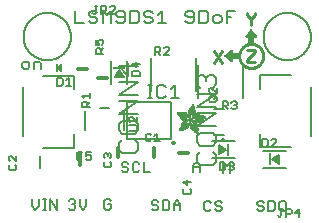
<source format=gbr>
G04 EAGLE Gerber RS-274X export*
G75*
%MOMM*%
%FSLAX34Y34*%
%LPD*%
%INSilkscreen Top*%
%IPPOS*%
%AMOC8*
5,1,8,0,0,1.08239X$1,22.5*%
G01*
%ADD10C,0.152400*%
%ADD11C,0.127000*%
%ADD12C,0.177800*%
%ADD13C,0.254000*%
%ADD14C,0.203200*%
%ADD15C,0.304800*%
%ADD16R,0.127000X0.762000*%
%ADD17R,0.200000X1.000000*%
%ADD18R,1.000000X0.200000*%
%ADD19R,0.034300X0.003800*%
%ADD20R,0.057200X0.003800*%
%ADD21R,0.076200X0.003800*%
%ADD22R,0.091400X0.003800*%
%ADD23R,0.102900X0.003800*%
%ADD24R,0.114300X0.003900*%
%ADD25R,0.129500X0.003800*%
%ADD26R,0.137200X0.003800*%
%ADD27R,0.144800X0.003800*%
%ADD28R,0.152400X0.003800*%
%ADD29R,0.160000X0.003800*%
%ADD30R,0.171500X0.003800*%
%ADD31R,0.175300X0.003800*%
%ADD32R,0.182900X0.003800*%
%ADD33R,0.190500X0.003800*%
%ADD34R,0.194300X0.003900*%
%ADD35R,0.201900X0.003800*%
%ADD36R,0.209500X0.003800*%
%ADD37R,0.213400X0.003800*%
%ADD38R,0.221000X0.003800*%
%ADD39R,0.224800X0.003800*%
%ADD40R,0.232400X0.003800*%
%ADD41R,0.240000X0.003800*%
%ADD42R,0.243800X0.003800*%
%ADD43R,0.247600X0.003800*%
%ADD44R,0.255300X0.003900*%
%ADD45R,0.259100X0.003800*%
%ADD46R,0.262900X0.003800*%
%ADD47R,0.270500X0.003800*%
%ADD48R,0.274300X0.003800*%
%ADD49R,0.281900X0.003800*%
%ADD50R,0.285700X0.003800*%
%ADD51R,0.289500X0.003800*%
%ADD52R,0.297200X0.003800*%
%ADD53R,0.301000X0.003800*%
%ADD54R,0.304800X0.003900*%
%ADD55R,0.312400X0.003800*%
%ADD56R,0.316200X0.003800*%
%ADD57R,0.320000X0.003800*%
%ADD58R,0.327600X0.003800*%
%ADD59R,0.331500X0.003800*%
%ADD60R,0.339100X0.003800*%
%ADD61R,0.342900X0.003800*%
%ADD62R,0.346700X0.003800*%
%ADD63R,0.354300X0.003800*%
%ADD64R,0.358100X0.003900*%
%ADD65R,0.361900X0.003800*%
%ADD66R,0.369600X0.003800*%
%ADD67R,0.373400X0.003800*%
%ADD68R,0.377200X0.003800*%
%ADD69R,0.384800X0.003800*%
%ADD70R,0.388600X0.003800*%
%ADD71R,0.396200X0.003800*%
%ADD72R,0.400000X0.003800*%
%ADD73R,0.403800X0.003800*%
%ADD74R,0.411500X0.003900*%
%ADD75R,0.415300X0.003800*%
%ADD76R,0.419100X0.003800*%
%ADD77R,0.045700X0.003800*%
%ADD78R,0.426700X0.003800*%
%ADD79R,0.072400X0.003800*%
%ADD80R,0.430500X0.003800*%
%ADD81R,0.095300X0.003800*%
%ADD82R,0.438100X0.003800*%
%ADD83R,0.110500X0.003800*%
%ADD84R,0.441900X0.003800*%
%ADD85R,0.445800X0.003800*%
%ADD86R,0.144700X0.003800*%
%ADD87R,0.453400X0.003800*%
%ADD88R,0.457200X0.003800*%
%ADD89R,0.175300X0.003900*%
%ADD90R,0.461000X0.003900*%
%ADD91R,0.468600X0.003800*%
%ADD92R,0.205800X0.003800*%
%ADD93R,0.472400X0.003800*%
%ADD94R,0.217200X0.003800*%
%ADD95R,0.476200X0.003800*%
%ADD96R,0.483900X0.003800*%
%ADD97R,0.247700X0.003800*%
%ADD98R,0.487700X0.003800*%
%ADD99R,0.495300X0.003800*%
%ADD100R,0.499100X0.003800*%
%ADD101R,0.502900X0.003800*%
%ADD102R,0.510500X0.003800*%
%ADD103R,0.308600X0.003900*%
%ADD104R,0.514300X0.003900*%
%ADD105R,0.323800X0.003800*%
%ADD106R,0.518100X0.003800*%
%ADD107R,0.335300X0.003800*%
%ADD108R,0.525800X0.003800*%
%ADD109R,0.529600X0.003800*%
%ADD110R,0.358100X0.003800*%
%ADD111R,0.533400X0.003800*%
%ADD112R,0.537200X0.003800*%
%ADD113R,0.381000X0.003800*%
%ADD114R,0.544800X0.003800*%
%ADD115R,0.392400X0.003800*%
%ADD116R,0.548600X0.003800*%
%ADD117R,0.552400X0.003800*%
%ADD118R,0.556200X0.003800*%
%ADD119R,0.422900X0.003900*%
%ADD120R,0.560100X0.003900*%
%ADD121R,0.434300X0.003800*%
%ADD122R,0.563900X0.003800*%
%ADD123R,0.567700X0.003800*%
%ADD124R,0.461000X0.003800*%
%ADD125R,0.571500X0.003800*%
%ADD126R,0.575300X0.003800*%
%ADD127R,0.480100X0.003800*%
%ADD128R,0.579100X0.003800*%
%ADD129R,0.491500X0.003800*%
%ADD130R,0.582900X0.003800*%
%ADD131R,0.586700X0.003800*%
%ADD132R,0.510600X0.003800*%
%ADD133R,0.590500X0.003800*%
%ADD134R,0.522000X0.003800*%
%ADD135R,0.594300X0.003800*%
%ADD136R,0.533400X0.003900*%
%ADD137R,0.598200X0.003900*%
%ADD138R,0.541000X0.003800*%
%ADD139R,0.602000X0.003800*%
%ADD140R,0.552500X0.003800*%
%ADD141R,0.605800X0.003800*%
%ADD142R,0.560100X0.003800*%
%ADD143R,0.609600X0.003800*%
%ADD144R,0.613400X0.003800*%
%ADD145R,0.583000X0.003800*%
%ADD146R,0.617200X0.003800*%
%ADD147R,0.594400X0.003800*%
%ADD148R,0.621000X0.003800*%
%ADD149R,0.598200X0.003800*%
%ADD150R,0.624800X0.003800*%
%ADD151R,0.613500X0.003900*%
%ADD152R,0.628600X0.003900*%
%ADD153R,0.632400X0.003800*%
%ADD154R,0.628600X0.003800*%
%ADD155R,0.636300X0.003800*%
%ADD156R,0.640100X0.003800*%
%ADD157R,0.636200X0.003800*%
%ADD158R,0.643900X0.003800*%
%ADD159R,0.647700X0.003800*%
%ADD160R,0.651500X0.003800*%
%ADD161R,0.659100X0.003800*%
%ADD162R,0.659100X0.003900*%
%ADD163R,0.655300X0.003900*%
%ADD164R,0.662900X0.003800*%
%ADD165R,0.655300X0.003800*%
%ADD166R,0.670500X0.003800*%
%ADD167R,0.670600X0.003800*%
%ADD168R,0.674400X0.003800*%
%ADD169R,0.682000X0.003800*%
%ADD170R,0.666700X0.003800*%
%ADD171R,0.685800X0.003800*%
%ADD172R,0.689600X0.003800*%
%ADD173R,0.693400X0.003900*%
%ADD174R,0.674400X0.003900*%
%ADD175R,0.697200X0.003800*%
%ADD176R,0.678200X0.003800*%
%ADD177R,0.697300X0.003800*%
%ADD178R,0.701100X0.003800*%
%ADD179R,0.704900X0.003800*%
%ADD180R,0.708700X0.003800*%
%ADD181R,0.712500X0.003800*%
%ADD182R,0.716300X0.003800*%
%ADD183R,0.720100X0.003900*%
%ADD184R,0.689600X0.003900*%
%ADD185R,0.720000X0.003800*%
%ADD186R,0.693400X0.003800*%
%ADD187R,0.723900X0.003800*%
%ADD188R,0.727700X0.003800*%
%ADD189R,0.731500X0.003800*%
%ADD190R,0.701000X0.003800*%
%ADD191R,0.735300X0.003800*%
%ADD192R,0.731500X0.003900*%
%ADD193R,0.701000X0.003900*%
%ADD194R,0.704800X0.003800*%
%ADD195R,0.739100X0.003800*%
%ADD196R,0.743000X0.003800*%
%ADD197R,0.739200X0.003800*%
%ADD198R,0.743000X0.003900*%
%ADD199R,0.704800X0.003900*%
%ADD200R,0.746800X0.003800*%
%ADD201R,0.746800X0.003900*%
%ADD202R,0.742900X0.003800*%
%ADD203R,0.746700X0.003800*%
%ADD204R,0.746700X0.003900*%
%ADD205R,1.428800X0.003800*%
%ADD206R,1.424900X0.003800*%
%ADD207R,1.421100X0.003900*%
%ADD208R,1.421100X0.003800*%
%ADD209R,1.417300X0.003800*%
%ADD210R,1.413500X0.003800*%
%ADD211R,1.409700X0.003800*%
%ADD212R,1.405900X0.003800*%
%ADD213R,1.402100X0.003800*%
%ADD214R,1.398300X0.003800*%
%ADD215R,0.983000X0.003900*%
%ADD216R,0.384800X0.003900*%
%ADD217R,0.971600X0.003800*%
%ADD218R,0.963900X0.003800*%
%ADD219R,0.956300X0.003800*%
%ADD220R,0.365800X0.003800*%
%ADD221R,0.952500X0.003800*%
%ADD222R,0.941000X0.003800*%
%ADD223R,0.358200X0.003800*%
%ADD224R,0.937200X0.003800*%
%ADD225R,0.933400X0.003800*%
%ADD226R,0.354400X0.003800*%
%ADD227R,0.925800X0.003800*%
%ADD228R,0.350500X0.003800*%
%ADD229R,0.922000X0.003800*%
%ADD230R,0.918200X0.003900*%
%ADD231R,0.346700X0.003900*%
%ADD232R,0.910600X0.003800*%
%ADD233R,0.906800X0.003800*%
%ADD234R,0.903000X0.003800*%
%ADD235R,0.339000X0.003800*%
%ADD236R,0.895300X0.003800*%
%ADD237R,0.335200X0.003800*%
%ADD238R,0.887700X0.003800*%
%ADD239R,0.883900X0.003800*%
%ADD240R,0.331400X0.003800*%
%ADD241R,0.880100X0.003800*%
%ADD242R,0.876300X0.003800*%
%ADD243R,0.468600X0.003900*%
%ADD244R,0.396200X0.003900*%
%ADD245R,0.323800X0.003900*%
%ADD246R,0.449600X0.003800*%
%ADD247R,0.323900X0.003800*%
%ADD248R,0.442000X0.003800*%
%ADD249R,0.434400X0.003800*%
%ADD250R,0.320100X0.003800*%
%ADD251R,0.316300X0.003800*%
%ADD252R,0.426800X0.003800*%
%ADD253R,0.327700X0.003800*%
%ADD254R,0.312500X0.003800*%
%ADD255R,0.422900X0.003800*%
%ADD256R,0.308600X0.003800*%
%ADD257R,0.293400X0.003800*%
%ADD258R,0.304800X0.003800*%
%ADD259R,0.419100X0.003900*%
%ADD260R,0.285700X0.003900*%
%ADD261R,0.301000X0.003900*%
%ADD262R,0.411500X0.003800*%
%ADD263R,0.407700X0.003800*%
%ADD264R,0.289600X0.003800*%
%ADD265R,0.285800X0.003800*%
%ADD266R,0.403900X0.003800*%
%ADD267R,0.228600X0.003800*%
%ADD268R,0.403900X0.003900*%
%ADD269R,0.221000X0.003900*%
%ADD270R,0.278100X0.003900*%
%ADD271R,0.400100X0.003800*%
%ADD272R,0.209600X0.003800*%
%ADD273R,0.266700X0.003800*%
%ADD274R,0.038100X0.003800*%
%ADD275R,0.194300X0.003800*%
%ADD276R,0.148600X0.003800*%
%ADD277R,0.259000X0.003800*%
%ADD278R,0.182800X0.003800*%
%ADD279R,0.186700X0.003800*%
%ADD280R,0.251400X0.003800*%
%ADD281R,0.179100X0.003800*%
%ADD282R,0.236200X0.003800*%
%ADD283R,0.243900X0.003900*%
%ADD284R,0.282000X0.003900*%
%ADD285R,0.167700X0.003800*%
%ADD286R,0.236300X0.003800*%
%ADD287R,0.396300X0.003800*%
%ADD288R,0.163900X0.003800*%
%ADD289R,0.392500X0.003800*%
%ADD290R,0.160100X0.003800*%
%ADD291R,0.586800X0.003800*%
%ADD292R,0.148500X0.003800*%
%ADD293R,0.140900X0.003800*%
%ADD294R,0.392400X0.003900*%
%ADD295R,0.140900X0.003900*%
%ADD296R,0.647700X0.003900*%
%ADD297R,0.133300X0.003800*%
%ADD298R,0.674300X0.003800*%
%ADD299R,0.388700X0.003800*%
%ADD300R,0.125700X0.003800*%
%ADD301R,0.121900X0.003800*%
%ADD302R,0.720100X0.003800*%
%ADD303R,0.118100X0.003800*%
%ADD304R,0.118100X0.003900*%
%ADD305R,0.739100X0.003900*%
%ADD306R,0.114300X0.003800*%
%ADD307R,0.754400X0.003800*%
%ADD308R,0.765800X0.003800*%
%ADD309R,0.773400X0.003800*%
%ADD310R,0.784800X0.003800*%
%ADD311R,0.118200X0.003800*%
%ADD312R,0.792500X0.003800*%
%ADD313R,0.803900X0.003800*%
%ADD314R,0.122000X0.003800*%
%ADD315R,0.815400X0.003800*%
%ADD316R,0.125800X0.003800*%
%ADD317R,0.826800X0.003800*%
%ADD318R,0.369500X0.003900*%
%ADD319R,0.133400X0.003900*%
%ADD320R,0.842000X0.003900*%
%ADD321R,0.365700X0.003800*%
%ADD322R,1.009700X0.003800*%
%ADD323R,1.013500X0.003800*%
%ADD324R,0.362000X0.003800*%
%ADD325R,1.024900X0.003800*%
%ADD326R,1.028700X0.003800*%
%ADD327R,1.036300X0.003800*%
%ADD328R,1.047800X0.003800*%
%ADD329R,1.055400X0.003800*%
%ADD330R,1.070600X0.003800*%
%ADD331R,0.030500X0.003800*%
%ADD332R,1.436400X0.003800*%
%ADD333R,1.562100X0.003900*%
%ADD334R,1.588700X0.003800*%
%ADD335R,1.607800X0.003800*%
%ADD336R,1.626900X0.003800*%
%ADD337R,1.642100X0.003800*%
%ADD338R,1.657400X0.003800*%
%ADD339R,1.676400X0.003800*%
%ADD340R,1.687800X0.003800*%
%ADD341R,1.703000X0.003800*%
%ADD342R,1.714500X0.003800*%
%ADD343R,1.726000X0.003900*%
%ADD344R,1.741200X0.003800*%
%ADD345R,0.914400X0.003800*%
%ADD346R,0.769600X0.003800*%
%ADD347R,0.884000X0.003800*%
%ADD348R,0.712400X0.003800*%
%ADD349R,0.880100X0.003900*%
%ADD350R,0.887800X0.003800*%
%ADD351R,0.891600X0.003800*%
%ADD352R,0.895400X0.003800*%
%ADD353R,0.251500X0.003800*%
%ADD354R,0.579200X0.003900*%
%ADD355R,0.243900X0.003800*%
%ADD356R,0.556300X0.003800*%
%ADD357R,0.255200X0.003800*%
%ADD358R,0.529500X0.003800*%
%ADD359R,0.731600X0.003800*%
%ADD360R,0.525800X0.003900*%
%ADD361R,0.281900X0.003900*%
%ADD362R,0.735400X0.003900*%
%ADD363R,0.300900X0.003800*%
%ADD364R,0.762000X0.003800*%
%ADD365R,0.518200X0.003800*%
%ADD366R,0.350600X0.003800*%
%ADD367R,0.796300X0.003800*%
%ADD368R,0.807800X0.003800*%
%ADD369R,0.506700X0.003800*%
%ADD370R,0.849600X0.003800*%
%ADD371R,0.506700X0.003900*%
%ADD372R,1.371600X0.003900*%
%ADD373R,1.207800X0.003800*%
%ADD374R,0.503000X0.003800*%
%ADD375R,0.141000X0.003800*%
%ADD376R,1.203900X0.003800*%
%ADD377R,1.204000X0.003800*%
%ADD378R,1.200200X0.003800*%
%ADD379R,0.499100X0.003900*%
%ADD380R,0.156200X0.003900*%
%ADD381R,1.196400X0.003900*%
%ADD382R,1.196400X0.003800*%
%ADD383R,0.163800X0.003800*%
%ADD384R,0.167600X0.003800*%
%ADD385R,1.192500X0.003800*%
%ADD386R,0.499200X0.003800*%
%ADD387R,1.188700X0.003800*%
%ADD388R,0.506800X0.003800*%
%ADD389R,1.184900X0.003800*%
%ADD390R,0.510600X0.003900*%
%ADD391R,0.209600X0.003900*%
%ADD392R,1.181100X0.003900*%
%ADD393R,0.514400X0.003800*%
%ADD394R,1.181100X0.003800*%
%ADD395R,1.177300X0.003800*%
%ADD396R,0.240100X0.003800*%
%ADD397R,1.173500X0.003800*%
%ADD398R,1.169700X0.003800*%
%ADD399R,1.165900X0.003800*%
%ADD400R,1.162100X0.003800*%
%ADD401R,0.929700X0.003900*%
%ADD402R,1.162100X0.003900*%
%ADD403R,0.929700X0.003800*%
%ADD404R,1.154500X0.003800*%
%ADD405R,0.933500X0.003800*%
%ADD406R,1.150600X0.003800*%
%ADD407R,0.937300X0.003800*%
%ADD408R,1.146800X0.003800*%
%ADD409R,0.941100X0.003800*%
%ADD410R,1.139200X0.003800*%
%ADD411R,0.944900X0.003800*%
%ADD412R,1.135400X0.003800*%
%ADD413R,0.948700X0.003800*%
%ADD414R,1.127800X0.003800*%
%ADD415R,1.124000X0.003800*%
%ADD416R,1.116400X0.003800*%
%ADD417R,0.956300X0.003900*%
%ADD418R,1.104900X0.003900*%
%ADD419R,0.960100X0.003800*%
%ADD420R,1.093500X0.003800*%
%ADD421R,1.085900X0.003800*%
%ADD422R,0.967800X0.003800*%
%ADD423R,1.074500X0.003800*%
%ADD424R,1.063000X0.003800*%
%ADD425R,0.975400X0.003800*%
%ADD426R,1.036400X0.003800*%
%ADD427R,0.979200X0.003800*%
%ADD428R,1.021000X0.003800*%
%ADD429R,0.983000X0.003800*%
%ADD430R,1.009600X0.003800*%
%ADD431R,0.986800X0.003800*%
%ADD432R,0.998200X0.003800*%
%ADD433R,0.990600X0.003900*%
%ADD434R,0.986700X0.003900*%
%ADD435R,0.994400X0.003800*%
%ADD436R,0.975300X0.003800*%
%ADD437R,0.948600X0.003800*%
%ADD438R,1.002000X0.003800*%
%ADD439R,0.213300X0.003800*%
%ADD440R,0.217100X0.003800*%
%ADD441R,1.017300X0.003800*%
%ADD442R,0.666800X0.003800*%
%ADD443R,0.220900X0.003800*%
%ADD444R,1.028700X0.003900*%
%ADD445R,0.224700X0.003900*%
%ADD446R,1.032500X0.003800*%
%ADD447R,1.040100X0.003800*%
%ADD448R,1.043900X0.003800*%
%ADD449R,0.548700X0.003800*%
%ADD450R,1.051500X0.003800*%
%ADD451R,1.055300X0.003800*%
%ADD452R,1.059100X0.003800*%
%ADD453R,1.062900X0.003800*%
%ADD454R,0.255300X0.003800*%
%ADD455R,1.066800X0.003900*%
%ADD456R,0.259100X0.003900*%
%ADD457R,0.457200X0.003900*%
%ADD458R,0.423000X0.003800*%
%ADD459R,1.082100X0.003800*%
%ADD460R,0.274400X0.003800*%
%ADD461R,0.278200X0.003800*%
%ADD462R,1.101100X0.003800*%
%ADD463R,0.278100X0.003800*%
%ADD464R,0.876300X0.003900*%
%ADD465R,0.236200X0.003900*%
%ADD466R,0.289600X0.003900*%
%ADD467R,0.247700X0.003900*%
%ADD468R,0.049500X0.003800*%
%ADD469R,0.640100X0.003900*%
%ADD470R,0.659200X0.003800*%
%ADD471R,0.663000X0.003800*%
%ADD472R,0.872500X0.003900*%
%ADD473R,0.666800X0.003900*%
%ADD474R,0.872500X0.003800*%
%ADD475R,0.868700X0.003800*%
%ADD476R,0.864900X0.003800*%
%ADD477R,0.861100X0.003800*%
%ADD478R,0.857300X0.003800*%
%ADD479R,0.853400X0.003800*%
%ADD480R,0.845800X0.003800*%
%ADD481R,0.682000X0.003900*%
%ADD482R,0.842000X0.003800*%
%ADD483R,0.834400X0.003800*%
%ADD484R,0.823000X0.003800*%
%ADD485R,0.815300X0.003800*%
%ADD486R,0.811500X0.003800*%
%ADD487R,0.788700X0.003800*%
%ADD488R,0.777300X0.003900*%
%ADD489R,0.750600X0.003800*%
%ADD490R,0.735400X0.003800*%
%ADD491R,0.727800X0.003800*%
%ADD492R,0.628700X0.003800*%
%ADD493R,0.575400X0.003800*%
%ADD494R,0.670600X0.003900*%
%ADD495R,0.655400X0.003800*%
%ADD496R,0.651500X0.003900*%
%ADD497R,0.624800X0.003900*%
%ADD498R,0.594400X0.003900*%
%ADD499R,0.563900X0.003900*%
%ADD500R,0.541100X0.003800*%
%ADD501R,0.537300X0.003800*%
%ADD502R,0.525700X0.003800*%
%ADD503R,0.525700X0.003900*%
%ADD504R,0.514300X0.003800*%
%ADD505R,0.480100X0.003900*%
%ADD506R,0.464800X0.003800*%
%ADD507R,0.442000X0.003900*%
%ADD508R,0.438200X0.003800*%
%ADD509R,0.430600X0.003800*%
%ADD510R,0.407600X0.003800*%
%ADD511R,0.403800X0.003900*%
%ADD512R,0.365700X0.003900*%
%ADD513R,0.327700X0.003900*%
%ADD514R,0.243800X0.003900*%
%ADD515R,0.205800X0.003900*%
%ADD516R,0.198100X0.003800*%
%ADD517R,0.163800X0.003900*%
%ADD518R,0.137100X0.003800*%
%ADD519R,0.091500X0.003900*%
%ADD520R,0.060900X0.003800*%

G36*
X181629Y130780D02*
X181629Y130780D01*
X181740Y130778D01*
X181788Y130790D01*
X181837Y130793D01*
X181941Y130827D01*
X182049Y130853D01*
X182093Y130876D01*
X182139Y130891D01*
X182232Y130950D01*
X182330Y131002D01*
X182366Y131035D01*
X182408Y131061D01*
X182484Y131142D01*
X182565Y131216D01*
X182592Y131257D01*
X182626Y131293D01*
X182679Y131389D01*
X182740Y131481D01*
X182756Y131528D01*
X182780Y131571D01*
X182807Y131678D01*
X182843Y131782D01*
X182847Y131831D01*
X182859Y131879D01*
X182869Y132040D01*
X182869Y133311D01*
X187950Y133311D01*
X188068Y133326D01*
X188187Y133333D01*
X188225Y133346D01*
X188266Y133351D01*
X188376Y133394D01*
X188489Y133431D01*
X188524Y133453D01*
X188561Y133468D01*
X188657Y133538D01*
X188758Y133601D01*
X188786Y133631D01*
X188819Y133654D01*
X188895Y133746D01*
X188976Y133833D01*
X188996Y133868D01*
X189021Y133899D01*
X189072Y134007D01*
X189130Y134111D01*
X189140Y134151D01*
X189157Y134187D01*
X189179Y134304D01*
X189209Y134419D01*
X189213Y134480D01*
X189217Y134500D01*
X189215Y134520D01*
X189219Y134580D01*
X189219Y137120D01*
X189204Y137238D01*
X189197Y137357D01*
X189184Y137395D01*
X189179Y137436D01*
X189136Y137546D01*
X189099Y137659D01*
X189077Y137694D01*
X189062Y137731D01*
X188993Y137827D01*
X188929Y137928D01*
X188899Y137956D01*
X188876Y137989D01*
X188784Y138065D01*
X188697Y138146D01*
X188662Y138166D01*
X188631Y138191D01*
X188523Y138242D01*
X188419Y138300D01*
X188379Y138310D01*
X188343Y138327D01*
X188226Y138349D01*
X188111Y138379D01*
X188051Y138383D01*
X188031Y138387D01*
X188010Y138385D01*
X187950Y138389D01*
X182869Y138389D01*
X182869Y139660D01*
X182863Y139709D01*
X182865Y139758D01*
X182851Y139829D01*
X182847Y139892D01*
X182835Y139928D01*
X182829Y139976D01*
X182811Y140021D01*
X182801Y140070D01*
X182766Y140142D01*
X182749Y140195D01*
X182732Y140222D01*
X182712Y140271D01*
X182683Y140311D01*
X182662Y140356D01*
X182605Y140422D01*
X182579Y140464D01*
X182560Y140482D01*
X182526Y140529D01*
X182487Y140560D01*
X182455Y140598D01*
X182379Y140651D01*
X182347Y140682D01*
X182328Y140692D01*
X182281Y140731D01*
X182236Y140752D01*
X182195Y140781D01*
X182104Y140816D01*
X182069Y140835D01*
X182051Y140840D01*
X181993Y140867D01*
X181944Y140876D01*
X181898Y140894D01*
X181798Y140905D01*
X181761Y140915D01*
X181736Y140916D01*
X181681Y140927D01*
X181631Y140924D01*
X181582Y140929D01*
X181473Y140914D01*
X181363Y140907D01*
X181316Y140892D01*
X181267Y140885D01*
X181165Y140843D01*
X181061Y140809D01*
X181019Y140782D01*
X180999Y140774D01*
X180983Y140768D01*
X180982Y140767D01*
X180973Y140764D01*
X180838Y140675D01*
X175758Y136865D01*
X175690Y136799D01*
X175654Y136773D01*
X175626Y136739D01*
X175555Y136674D01*
X175544Y136658D01*
X175530Y136644D01*
X175479Y136562D01*
X175452Y136528D01*
X175433Y136489D01*
X175380Y136409D01*
X175374Y136390D01*
X175364Y136373D01*
X175335Y136281D01*
X175316Y136241D01*
X175308Y136197D01*
X175277Y136108D01*
X175276Y136088D01*
X175270Y136069D01*
X175265Y135975D01*
X175256Y135928D01*
X175259Y135881D01*
X175252Y135791D01*
X175256Y135771D01*
X175255Y135752D01*
X175273Y135663D01*
X175276Y135611D01*
X175292Y135562D01*
X175307Y135477D01*
X175315Y135459D01*
X175319Y135440D01*
X175356Y135363D01*
X175374Y135308D01*
X175405Y135260D01*
X175437Y135188D01*
X175450Y135172D01*
X175458Y135154D01*
X175510Y135094D01*
X175544Y135040D01*
X175590Y134996D01*
X175636Y134939D01*
X175657Y134921D01*
X175665Y134912D01*
X175681Y134901D01*
X175758Y134835D01*
X180838Y131025D01*
X180881Y131000D01*
X180919Y130969D01*
X181019Y130922D01*
X181115Y130867D01*
X181163Y130854D01*
X181207Y130833D01*
X181315Y130812D01*
X181422Y130783D01*
X181471Y130783D01*
X181520Y130773D01*
X181629Y130780D01*
G37*
G36*
X199518Y144836D02*
X199518Y144836D01*
X199637Y144843D01*
X199675Y144856D01*
X199716Y144861D01*
X199826Y144904D01*
X199939Y144941D01*
X199974Y144963D01*
X200011Y144978D01*
X200107Y145048D01*
X200208Y145111D01*
X200236Y145141D01*
X200269Y145164D01*
X200345Y145256D01*
X200426Y145343D01*
X200446Y145378D01*
X200471Y145409D01*
X200522Y145517D01*
X200580Y145621D01*
X200590Y145661D01*
X200607Y145697D01*
X200629Y145814D01*
X200659Y145929D01*
X200663Y145990D01*
X200667Y146010D01*
X200665Y146030D01*
X200669Y146090D01*
X200669Y151171D01*
X201940Y151171D01*
X201989Y151177D01*
X202038Y151175D01*
X202146Y151197D01*
X202256Y151211D01*
X202301Y151229D01*
X202350Y151239D01*
X202449Y151287D01*
X202551Y151328D01*
X202591Y151357D01*
X202636Y151378D01*
X202719Y151450D01*
X202809Y151514D01*
X202840Y151553D01*
X202878Y151585D01*
X202941Y151675D01*
X203011Y151759D01*
X203032Y151804D01*
X203061Y151845D01*
X203100Y151948D01*
X203147Y152047D01*
X203156Y152096D01*
X203174Y152142D01*
X203186Y152252D01*
X203207Y152360D01*
X203204Y152409D01*
X203209Y152458D01*
X203194Y152567D01*
X203187Y152677D01*
X203172Y152724D01*
X203165Y152773D01*
X203123Y152875D01*
X203089Y152979D01*
X203062Y153021D01*
X203044Y153067D01*
X202955Y153202D01*
X199145Y158282D01*
X199127Y158301D01*
X199114Y158321D01*
X199041Y158390D01*
X198954Y158485D01*
X198938Y158496D01*
X198924Y158510D01*
X198893Y158529D01*
X198882Y158539D01*
X198827Y158570D01*
X198805Y158583D01*
X198689Y158660D01*
X198670Y158666D01*
X198653Y158676D01*
X198608Y158690D01*
X198604Y158693D01*
X198581Y158699D01*
X198520Y158718D01*
X198388Y158763D01*
X198368Y158764D01*
X198349Y158770D01*
X198267Y158774D01*
X198153Y158781D01*
X198071Y158788D01*
X198051Y158785D01*
X198032Y158785D01*
X197895Y158757D01*
X197815Y158743D01*
X197809Y158743D01*
X197808Y158742D01*
X197757Y158733D01*
X197739Y158725D01*
X197720Y158721D01*
X197595Y158660D01*
X197553Y158641D01*
X197514Y158626D01*
X197506Y158620D01*
X197468Y158603D01*
X197452Y158590D01*
X197434Y158582D01*
X197328Y158491D01*
X197325Y158488D01*
X197256Y158439D01*
X197244Y158424D01*
X197219Y158404D01*
X197201Y158383D01*
X197192Y158375D01*
X197181Y158359D01*
X197115Y158282D01*
X193305Y153202D01*
X193280Y153159D01*
X193249Y153121D01*
X193202Y153021D01*
X193147Y152925D01*
X193134Y152877D01*
X193113Y152833D01*
X193092Y152725D01*
X193063Y152618D01*
X193063Y152569D01*
X193053Y152521D01*
X193060Y152411D01*
X193058Y152300D01*
X193070Y152252D01*
X193073Y152203D01*
X193107Y152099D01*
X193133Y151991D01*
X193156Y151947D01*
X193171Y151901D01*
X193230Y151808D01*
X193282Y151710D01*
X193315Y151674D01*
X193341Y151632D01*
X193422Y151556D01*
X193496Y151475D01*
X193537Y151448D01*
X193573Y151414D01*
X193669Y151361D01*
X193761Y151300D01*
X193808Y151284D01*
X193851Y151260D01*
X193958Y151233D01*
X194062Y151197D01*
X194111Y151193D01*
X194159Y151181D01*
X194320Y151171D01*
X195591Y151171D01*
X195591Y146090D01*
X195606Y145972D01*
X195613Y145853D01*
X195626Y145815D01*
X195631Y145774D01*
X195674Y145664D01*
X195711Y145551D01*
X195733Y145516D01*
X195748Y145479D01*
X195818Y145383D01*
X195881Y145282D01*
X195911Y145254D01*
X195934Y145221D01*
X196026Y145146D01*
X196113Y145064D01*
X196148Y145044D01*
X196179Y145019D01*
X196287Y144968D01*
X196391Y144910D01*
X196431Y144900D01*
X196467Y144883D01*
X196584Y144861D01*
X196699Y144831D01*
X196760Y144827D01*
X196780Y144823D01*
X196800Y144825D01*
X196860Y144821D01*
X199400Y144821D01*
X199518Y144836D01*
G37*
G36*
X88431Y118915D02*
X88431Y118915D01*
X88503Y118915D01*
X88571Y118935D01*
X88642Y118945D01*
X88707Y118974D01*
X88776Y118994D01*
X88836Y119032D01*
X88901Y119061D01*
X88956Y119107D01*
X89016Y119145D01*
X89064Y119199D01*
X89118Y119245D01*
X89158Y119304D01*
X89205Y119358D01*
X89236Y119422D01*
X89276Y119481D01*
X89297Y119550D01*
X89328Y119614D01*
X89340Y119684D01*
X89361Y119752D01*
X89363Y119824D01*
X89375Y119895D01*
X89367Y119965D01*
X89369Y120036D01*
X89350Y120106D01*
X89342Y120177D01*
X89317Y120232D01*
X89297Y120311D01*
X89236Y120414D01*
X89205Y120483D01*
X87205Y123483D01*
X87128Y123570D01*
X87055Y123660D01*
X87033Y123675D01*
X87015Y123695D01*
X86918Y123757D01*
X86823Y123824D01*
X86797Y123832D01*
X86775Y123847D01*
X86664Y123879D01*
X86554Y123917D01*
X86527Y123918D01*
X86502Y123925D01*
X86386Y123925D01*
X86270Y123931D01*
X86244Y123925D01*
X86217Y123925D01*
X86106Y123893D01*
X85993Y123867D01*
X85970Y123854D01*
X85944Y123846D01*
X85846Y123784D01*
X85745Y123728D01*
X85729Y123710D01*
X85704Y123695D01*
X85519Y123487D01*
X85515Y123483D01*
X83515Y120483D01*
X83484Y120419D01*
X83445Y120359D01*
X83423Y120291D01*
X83392Y120227D01*
X83380Y120156D01*
X83359Y120088D01*
X83357Y120017D01*
X83345Y119947D01*
X83353Y119875D01*
X83351Y119804D01*
X83369Y119735D01*
X83378Y119664D01*
X83405Y119598D01*
X83423Y119529D01*
X83460Y119468D01*
X83487Y119402D01*
X83532Y119346D01*
X83569Y119284D01*
X83620Y119235D01*
X83665Y119180D01*
X83724Y119139D01*
X83776Y119090D01*
X83839Y119057D01*
X83897Y119016D01*
X83965Y118993D01*
X84029Y118960D01*
X84088Y118950D01*
X84166Y118923D01*
X84285Y118917D01*
X84360Y118905D01*
X88360Y118905D01*
X88431Y118915D01*
G37*
G36*
X172670Y53508D02*
X172670Y53508D01*
X172741Y53506D01*
X172811Y53525D01*
X172882Y53533D01*
X172937Y53558D01*
X173016Y53578D01*
X173119Y53639D01*
X173188Y53670D01*
X176188Y55670D01*
X176275Y55747D01*
X176365Y55820D01*
X176380Y55842D01*
X176400Y55860D01*
X176462Y55957D01*
X176529Y56052D01*
X176537Y56078D01*
X176552Y56100D01*
X176584Y56211D01*
X176622Y56321D01*
X176623Y56348D01*
X176630Y56373D01*
X176630Y56489D01*
X176636Y56605D01*
X176630Y56631D01*
X176630Y56658D01*
X176598Y56769D01*
X176572Y56882D01*
X176559Y56905D01*
X176551Y56931D01*
X176489Y57029D01*
X176433Y57130D01*
X176415Y57146D01*
X176400Y57171D01*
X176192Y57356D01*
X176188Y57360D01*
X173188Y59360D01*
X173124Y59391D01*
X173064Y59431D01*
X172996Y59452D01*
X172932Y59483D01*
X172861Y59495D01*
X172793Y59516D01*
X172722Y59518D01*
X172652Y59530D01*
X172580Y59522D01*
X172509Y59524D01*
X172440Y59506D01*
X172369Y59497D01*
X172303Y59470D01*
X172234Y59452D01*
X172173Y59415D01*
X172107Y59388D01*
X172051Y59343D01*
X171989Y59307D01*
X171940Y59255D01*
X171885Y59210D01*
X171844Y59152D01*
X171795Y59099D01*
X171762Y59036D01*
X171721Y58978D01*
X171698Y58910D01*
X171665Y58846D01*
X171655Y58787D01*
X171628Y58709D01*
X171622Y58590D01*
X171610Y58515D01*
X171610Y54515D01*
X171620Y54444D01*
X171620Y54372D01*
X171640Y54304D01*
X171650Y54234D01*
X171679Y54168D01*
X171699Y54099D01*
X171737Y54039D01*
X171766Y53974D01*
X171812Y53919D01*
X171850Y53859D01*
X171904Y53811D01*
X171950Y53757D01*
X172009Y53717D01*
X172063Y53670D01*
X172127Y53639D01*
X172186Y53600D01*
X172255Y53578D01*
X172319Y53547D01*
X172389Y53535D01*
X172457Y53514D01*
X172529Y53512D01*
X172600Y53500D01*
X172670Y53508D01*
G37*
G36*
X219850Y45253D02*
X219850Y45253D01*
X219921Y45251D01*
X219990Y45269D01*
X220061Y45278D01*
X220127Y45305D01*
X220196Y45323D01*
X220257Y45360D01*
X220323Y45387D01*
X220379Y45432D01*
X220441Y45469D01*
X220490Y45520D01*
X220545Y45565D01*
X220586Y45624D01*
X220635Y45676D01*
X220668Y45739D01*
X220709Y45797D01*
X220732Y45865D01*
X220765Y45929D01*
X220775Y45988D01*
X220802Y46066D01*
X220808Y46185D01*
X220820Y46260D01*
X220820Y50260D01*
X220810Y50331D01*
X220810Y50403D01*
X220790Y50471D01*
X220780Y50542D01*
X220751Y50607D01*
X220731Y50676D01*
X220693Y50736D01*
X220664Y50801D01*
X220618Y50856D01*
X220580Y50916D01*
X220527Y50964D01*
X220481Y51018D01*
X220421Y51058D01*
X220367Y51105D01*
X220303Y51136D01*
X220244Y51176D01*
X220176Y51197D01*
X220111Y51228D01*
X220041Y51240D01*
X219973Y51261D01*
X219901Y51263D01*
X219831Y51275D01*
X219760Y51267D01*
X219689Y51269D01*
X219619Y51250D01*
X219548Y51242D01*
X219493Y51217D01*
X219414Y51197D01*
X219311Y51136D01*
X219242Y51105D01*
X216242Y49105D01*
X216155Y49028D01*
X216065Y48955D01*
X216050Y48933D01*
X216030Y48915D01*
X215968Y48818D01*
X215901Y48723D01*
X215893Y48697D01*
X215878Y48675D01*
X215846Y48564D01*
X215808Y48454D01*
X215807Y48427D01*
X215800Y48402D01*
X215800Y48286D01*
X215794Y48170D01*
X215800Y48144D01*
X215800Y48117D01*
X215832Y48006D01*
X215858Y47893D01*
X215871Y47870D01*
X215879Y47844D01*
X215941Y47746D01*
X215997Y47645D01*
X216015Y47629D01*
X216030Y47604D01*
X216238Y47419D01*
X216242Y47415D01*
X219242Y45415D01*
X219306Y45384D01*
X219366Y45345D01*
X219434Y45323D01*
X219498Y45292D01*
X219569Y45280D01*
X219637Y45259D01*
X219708Y45257D01*
X219779Y45245D01*
X219850Y45253D01*
G37*
G36*
X37348Y122433D02*
X37348Y122433D01*
X37377Y122430D01*
X37469Y122450D01*
X37562Y122463D01*
X37589Y122476D01*
X37618Y122482D01*
X37698Y122530D01*
X37782Y122572D01*
X37803Y122593D01*
X37829Y122608D01*
X37890Y122680D01*
X37956Y122746D01*
X37969Y122772D01*
X37989Y122795D01*
X38024Y122882D01*
X38066Y122966D01*
X38070Y122996D01*
X38081Y123023D01*
X38099Y123190D01*
X38099Y128270D01*
X38094Y128299D01*
X38097Y128329D01*
X38075Y128420D01*
X38060Y128513D01*
X38046Y128539D01*
X38039Y128568D01*
X37988Y128647D01*
X37944Y128730D01*
X37923Y128751D01*
X37907Y128776D01*
X37834Y128835D01*
X37766Y128900D01*
X37739Y128912D01*
X37716Y128931D01*
X37628Y128964D01*
X37543Y129003D01*
X37513Y129006D01*
X37486Y129017D01*
X37392Y129020D01*
X37299Y129030D01*
X37269Y129024D01*
X37240Y129025D01*
X37150Y128998D01*
X37058Y128978D01*
X37033Y128963D01*
X37004Y128954D01*
X36862Y128864D01*
X33687Y126324D01*
X33618Y126247D01*
X33545Y126174D01*
X33536Y126157D01*
X33523Y126142D01*
X33481Y126046D01*
X33435Y125954D01*
X33433Y125934D01*
X33425Y125916D01*
X33416Y125813D01*
X33402Y125710D01*
X33406Y125691D01*
X33404Y125671D01*
X33429Y125570D01*
X33448Y125468D01*
X33458Y125451D01*
X33462Y125432D01*
X33518Y125345D01*
X33569Y125254D01*
X33586Y125237D01*
X33594Y125224D01*
X33619Y125204D01*
X33687Y125136D01*
X36862Y122596D01*
X36888Y122581D01*
X36910Y122561D01*
X36995Y122521D01*
X37077Y122475D01*
X37106Y122469D01*
X37133Y122457D01*
X37226Y122447D01*
X37318Y122429D01*
X37348Y122433D01*
G37*
D10*
X12418Y14485D02*
X12418Y8723D01*
X15300Y5842D01*
X18181Y8723D01*
X18181Y14485D01*
X21774Y5842D02*
X24655Y5842D01*
X23214Y5842D02*
X23214Y14485D01*
X21774Y14485D02*
X24655Y14485D01*
X28010Y14485D02*
X28010Y5842D01*
X33773Y5842D02*
X28010Y14485D01*
X33773Y14485D02*
X33773Y5842D01*
X43477Y13045D02*
X44917Y14485D01*
X47799Y14485D01*
X49239Y13045D01*
X49239Y11604D01*
X47799Y10164D01*
X46358Y10164D01*
X47799Y10164D02*
X49239Y8723D01*
X49239Y7283D01*
X47799Y5842D01*
X44917Y5842D01*
X43477Y7283D01*
X52832Y8723D02*
X52832Y14485D01*
X52832Y8723D02*
X55713Y5842D01*
X58594Y8723D01*
X58594Y14485D01*
X77876Y14485D02*
X79317Y13045D01*
X77876Y14485D02*
X74995Y14485D01*
X73554Y13045D01*
X73554Y7283D01*
X74995Y5842D01*
X77876Y5842D01*
X79317Y7283D01*
X79317Y10164D01*
X76436Y10164D01*
X94091Y44795D02*
X92651Y46235D01*
X89770Y46235D01*
X88329Y44795D01*
X88329Y43354D01*
X89770Y41914D01*
X92651Y41914D01*
X94091Y40473D01*
X94091Y39033D01*
X92651Y37592D01*
X89770Y37592D01*
X88329Y39033D01*
X102006Y46235D02*
X103447Y44795D01*
X102006Y46235D02*
X99125Y46235D01*
X97684Y44795D01*
X97684Y39033D01*
X99125Y37592D01*
X102006Y37592D01*
X103447Y39033D01*
X107040Y37592D02*
X107040Y46235D01*
X107040Y37592D02*
X112802Y37592D01*
X118051Y13850D02*
X119491Y12410D01*
X118051Y13850D02*
X115170Y13850D01*
X113729Y12410D01*
X113729Y10969D01*
X115170Y9529D01*
X118051Y9529D01*
X119491Y8088D01*
X119491Y6648D01*
X118051Y5207D01*
X115170Y5207D01*
X113729Y6648D01*
X123084Y5207D02*
X123084Y13850D01*
X123084Y5207D02*
X127406Y5207D01*
X128847Y6648D01*
X128847Y12410D01*
X127406Y13850D01*
X123084Y13850D01*
X132440Y10969D02*
X132440Y5207D01*
X132440Y10969D02*
X135321Y13850D01*
X138202Y10969D01*
X138202Y5207D01*
X138202Y9529D02*
X132440Y9529D01*
D11*
X8894Y125095D02*
X5928Y125095D01*
X8894Y125095D02*
X10377Y126578D01*
X10377Y129544D01*
X8894Y131027D01*
X5928Y131027D01*
X4445Y129544D01*
X4445Y126578D01*
X5928Y125095D01*
X13800Y125095D02*
X13800Y131027D01*
X18249Y131027D01*
X19732Y129544D01*
X19732Y125095D01*
D10*
X149119Y43354D02*
X149119Y37592D01*
X149119Y43354D02*
X152001Y46235D01*
X154882Y43354D01*
X154882Y37592D01*
X154882Y41914D02*
X149119Y41914D01*
X162734Y13215D02*
X164174Y11775D01*
X162734Y13215D02*
X159852Y13215D01*
X158412Y11775D01*
X158412Y6013D01*
X159852Y4572D01*
X162734Y4572D01*
X164174Y6013D01*
X172089Y13215D02*
X173529Y11775D01*
X172089Y13215D02*
X169208Y13215D01*
X167767Y11775D01*
X167767Y10334D01*
X169208Y8894D01*
X172089Y8894D01*
X173529Y7453D01*
X173529Y6013D01*
X172089Y4572D01*
X169208Y4572D01*
X167767Y6013D01*
X207586Y13215D02*
X209026Y11775D01*
X207586Y13215D02*
X204705Y13215D01*
X203264Y11775D01*
X203264Y10334D01*
X204705Y8894D01*
X207586Y8894D01*
X209026Y7453D01*
X209026Y6013D01*
X207586Y4572D01*
X204705Y4572D01*
X203264Y6013D01*
X212619Y4572D02*
X212619Y13215D01*
X212619Y4572D02*
X216941Y4572D01*
X218382Y6013D01*
X218382Y11775D01*
X216941Y13215D01*
X212619Y13215D01*
X223415Y13215D02*
X226296Y13215D01*
X223415Y13215D02*
X221975Y11775D01*
X221975Y6013D01*
X223415Y4572D01*
X226296Y4572D01*
X227737Y6013D01*
X227737Y11775D01*
X226296Y13215D01*
D12*
X48835Y163449D02*
X48835Y174380D01*
X48835Y163449D02*
X56123Y163449D01*
X65995Y174380D02*
X67817Y172558D01*
X65995Y174380D02*
X62351Y174380D01*
X60529Y172558D01*
X60529Y170737D01*
X62351Y168915D01*
X65995Y168915D01*
X67817Y167093D01*
X67817Y165271D01*
X65995Y163449D01*
X62351Y163449D01*
X60529Y165271D01*
X72223Y163449D02*
X72223Y174380D01*
X75867Y170737D01*
X79511Y174380D01*
X79511Y163449D01*
X83917Y165271D02*
X85739Y163449D01*
X89383Y163449D01*
X91204Y165271D01*
X91204Y172558D01*
X89383Y174380D01*
X85739Y174380D01*
X83917Y172558D01*
X83917Y170737D01*
X85739Y168915D01*
X91204Y168915D01*
X95611Y174380D02*
X95611Y163449D01*
X101077Y163449D01*
X102898Y165271D01*
X102898Y172558D01*
X101077Y174380D01*
X95611Y174380D01*
X112771Y174380D02*
X114592Y172558D01*
X112771Y174380D02*
X109127Y174380D01*
X107305Y172558D01*
X107305Y170737D01*
X109127Y168915D01*
X112771Y168915D01*
X114592Y167093D01*
X114592Y165271D01*
X112771Y163449D01*
X109127Y163449D01*
X107305Y165271D01*
X118999Y170737D02*
X122643Y174380D01*
X122643Y163449D01*
X126286Y163449D02*
X118999Y163449D01*
X142387Y165271D02*
X144209Y163449D01*
X147852Y163449D01*
X149674Y165271D01*
X149674Y172558D01*
X147852Y174380D01*
X144209Y174380D01*
X142387Y172558D01*
X142387Y170737D01*
X144209Y168915D01*
X149674Y168915D01*
X154081Y174380D02*
X154081Y163449D01*
X159546Y163449D01*
X161368Y165271D01*
X161368Y172558D01*
X159546Y174380D01*
X154081Y174380D01*
X167597Y163449D02*
X171240Y163449D01*
X173062Y165271D01*
X173062Y168915D01*
X171240Y170737D01*
X167597Y170737D01*
X165775Y168915D01*
X165775Y165271D01*
X167597Y163449D01*
X177469Y163449D02*
X177469Y174380D01*
X184756Y174380D01*
X181112Y168915D02*
X177469Y168915D01*
D13*
X194905Y170409D02*
X194905Y172104D01*
X194905Y170409D02*
X198295Y167019D01*
X201684Y170409D01*
X201684Y172104D01*
X198295Y167019D02*
X198295Y161935D01*
X166330Y140354D02*
X173109Y130185D01*
X166330Y130185D02*
X173109Y140354D01*
X194905Y140989D02*
X201684Y140989D01*
X201684Y139294D01*
X194905Y132515D01*
X194905Y130820D01*
X201684Y130820D01*
X208290Y135930D02*
X208287Y136176D01*
X208278Y136421D01*
X208263Y136666D01*
X208243Y136911D01*
X208216Y137155D01*
X208183Y137398D01*
X208145Y137641D01*
X208101Y137882D01*
X208051Y138122D01*
X207995Y138361D01*
X207933Y138599D01*
X207866Y138835D01*
X207793Y139070D01*
X207714Y139302D01*
X207630Y139533D01*
X207540Y139761D01*
X207445Y139988D01*
X207344Y140211D01*
X207238Y140433D01*
X207126Y140652D01*
X207010Y140868D01*
X206888Y141081D01*
X206761Y141291D01*
X206629Y141498D01*
X206492Y141702D01*
X206350Y141902D01*
X206203Y142099D01*
X206051Y142292D01*
X205895Y142482D01*
X205735Y142667D01*
X205570Y142849D01*
X205400Y143027D01*
X205227Y143200D01*
X205049Y143370D01*
X204867Y143535D01*
X204682Y143695D01*
X204492Y143851D01*
X204299Y144003D01*
X204102Y144150D01*
X203902Y144292D01*
X203698Y144429D01*
X203491Y144561D01*
X203281Y144688D01*
X203068Y144810D01*
X202852Y144926D01*
X202633Y145038D01*
X202411Y145144D01*
X202188Y145245D01*
X201961Y145340D01*
X201733Y145430D01*
X201502Y145514D01*
X201270Y145593D01*
X201035Y145666D01*
X200799Y145733D01*
X200561Y145795D01*
X200322Y145851D01*
X200082Y145901D01*
X199841Y145945D01*
X199598Y145983D01*
X199355Y146016D01*
X199111Y146043D01*
X198866Y146063D01*
X198621Y146078D01*
X198376Y146087D01*
X198130Y146090D01*
X208290Y135930D02*
X208287Y135684D01*
X208278Y135439D01*
X208263Y135194D01*
X208243Y134949D01*
X208216Y134705D01*
X208183Y134462D01*
X208145Y134219D01*
X208101Y133978D01*
X208051Y133738D01*
X207995Y133499D01*
X207933Y133261D01*
X207866Y133025D01*
X207793Y132790D01*
X207714Y132558D01*
X207630Y132327D01*
X207540Y132099D01*
X207445Y131872D01*
X207344Y131649D01*
X207238Y131427D01*
X207126Y131208D01*
X207010Y130992D01*
X206888Y130779D01*
X206761Y130569D01*
X206629Y130362D01*
X206492Y130158D01*
X206350Y129958D01*
X206203Y129761D01*
X206051Y129568D01*
X205895Y129378D01*
X205735Y129193D01*
X205570Y129011D01*
X205400Y128833D01*
X205227Y128660D01*
X205049Y128490D01*
X204867Y128325D01*
X204682Y128165D01*
X204492Y128009D01*
X204299Y127857D01*
X204102Y127710D01*
X203902Y127568D01*
X203698Y127431D01*
X203491Y127299D01*
X203281Y127172D01*
X203068Y127050D01*
X202852Y126934D01*
X202633Y126822D01*
X202411Y126716D01*
X202188Y126615D01*
X201961Y126520D01*
X201733Y126430D01*
X201502Y126346D01*
X201270Y126267D01*
X201035Y126194D01*
X200799Y126127D01*
X200561Y126065D01*
X200322Y126009D01*
X200082Y125959D01*
X199841Y125915D01*
X199598Y125877D01*
X199355Y125844D01*
X199111Y125817D01*
X198866Y125797D01*
X198621Y125782D01*
X198376Y125773D01*
X198130Y125770D01*
X197884Y125773D01*
X197639Y125782D01*
X197394Y125797D01*
X197149Y125817D01*
X196905Y125844D01*
X196662Y125877D01*
X196419Y125915D01*
X196178Y125959D01*
X195938Y126009D01*
X195699Y126065D01*
X195461Y126127D01*
X195225Y126194D01*
X194990Y126267D01*
X194758Y126346D01*
X194527Y126430D01*
X194299Y126520D01*
X194072Y126615D01*
X193849Y126716D01*
X193627Y126822D01*
X193408Y126934D01*
X193192Y127050D01*
X192979Y127172D01*
X192769Y127299D01*
X192562Y127431D01*
X192358Y127568D01*
X192158Y127710D01*
X191961Y127857D01*
X191768Y128009D01*
X191578Y128165D01*
X191393Y128325D01*
X191211Y128490D01*
X191033Y128660D01*
X190860Y128833D01*
X190690Y129011D01*
X190525Y129193D01*
X190365Y129378D01*
X190209Y129568D01*
X190057Y129761D01*
X189910Y129958D01*
X189768Y130158D01*
X189631Y130362D01*
X189499Y130569D01*
X189372Y130779D01*
X189250Y130992D01*
X189134Y131208D01*
X189022Y131427D01*
X188916Y131649D01*
X188815Y131872D01*
X188720Y132099D01*
X188630Y132327D01*
X188546Y132558D01*
X188467Y132790D01*
X188394Y133025D01*
X188327Y133261D01*
X188265Y133499D01*
X188209Y133738D01*
X188159Y133978D01*
X188115Y134219D01*
X188077Y134462D01*
X188044Y134705D01*
X188017Y134949D01*
X187997Y135194D01*
X187982Y135439D01*
X187973Y135684D01*
X187970Y135930D01*
X187971Y135930D02*
X187969Y136173D01*
X187974Y136416D01*
X187984Y136658D01*
X188001Y136901D01*
X188023Y137143D01*
X188051Y137384D01*
X188085Y137625D01*
X188125Y137864D01*
X188171Y138103D01*
X188223Y138340D01*
X188280Y138576D01*
X188343Y138811D01*
X188412Y139044D01*
X188486Y139275D01*
X188566Y139505D01*
X188651Y139732D01*
X188742Y139958D01*
X188839Y140181D01*
X188941Y140401D01*
X189048Y140619D01*
X189160Y140835D01*
X189278Y141047D01*
X189401Y141257D01*
X189529Y141463D01*
X189662Y141667D01*
X189799Y141867D01*
X189942Y142064D01*
X190089Y142257D01*
X190241Y142446D01*
X190398Y142632D01*
X190559Y142814D01*
X190724Y142992D01*
X190894Y143166D01*
X191068Y143336D01*
X191246Y143501D01*
X191428Y143662D01*
X191614Y143819D01*
X191803Y143971D01*
X191996Y144118D01*
X192193Y144261D01*
X192393Y144398D01*
X192597Y144531D01*
X192803Y144659D01*
X193013Y144782D01*
X193225Y144900D01*
X193441Y145012D01*
X193659Y145119D01*
X193879Y145221D01*
X194102Y145318D01*
X194328Y145409D01*
X194555Y145494D01*
X194785Y145574D01*
X195016Y145648D01*
X195249Y145717D01*
X195484Y145780D01*
X195720Y145837D01*
X195957Y145889D01*
X196196Y145935D01*
X196435Y145975D01*
X196676Y146009D01*
X196917Y146037D01*
X197159Y146059D01*
X197402Y146076D01*
X197644Y146086D01*
X197887Y146091D01*
X198130Y146089D01*
D10*
X174519Y45600D02*
X174519Y36957D01*
X177401Y42719D02*
X174519Y45600D01*
X177401Y42719D02*
X180282Y45600D01*
X180282Y36957D01*
D14*
X19050Y41275D02*
X19050Y51435D01*
D10*
X-6270Y43903D02*
X-7372Y42802D01*
X-7372Y40599D01*
X-6270Y39497D01*
X-1864Y39497D01*
X-762Y40599D01*
X-762Y42802D01*
X-1864Y43903D01*
X-762Y46981D02*
X-762Y51388D01*
X-5168Y51388D02*
X-762Y46981D01*
X-5168Y51388D02*
X-6270Y51388D01*
X-7372Y50286D01*
X-7372Y48083D01*
X-6270Y46981D01*
D14*
X57160Y73280D02*
X57160Y89280D01*
X90160Y89280D02*
X90160Y73280D01*
X77660Y91780D02*
X69660Y91780D01*
D10*
X94736Y72694D02*
X100244Y72694D01*
X101346Y73795D01*
X101346Y75999D01*
X100244Y77100D01*
X94736Y77100D01*
X101346Y80178D02*
X101346Y84584D01*
X101346Y80178D02*
X96940Y84584D01*
X95838Y84584D01*
X94736Y83483D01*
X94736Y81279D01*
X95838Y80178D01*
D15*
X53340Y53340D02*
X53340Y43180D01*
D10*
X73146Y44979D02*
X74248Y46080D01*
X73146Y44979D02*
X73146Y42775D01*
X74248Y41674D01*
X78654Y41674D01*
X79756Y42775D01*
X79756Y44979D01*
X78654Y46080D01*
X74248Y49158D02*
X73146Y50259D01*
X73146Y52463D01*
X74248Y53564D01*
X75350Y53564D01*
X76451Y52463D01*
X76451Y51361D01*
X76451Y52463D02*
X77553Y53564D01*
X78654Y53564D01*
X79756Y52463D01*
X79756Y50259D01*
X78654Y49158D01*
D15*
X115570Y49975D02*
X115570Y57975D01*
D10*
X113118Y69135D02*
X112017Y70237D01*
X109814Y70237D01*
X108712Y69135D01*
X108712Y64729D01*
X109814Y63627D01*
X112017Y63627D01*
X113118Y64729D01*
X116196Y68033D02*
X118399Y70237D01*
X118399Y63627D01*
X116196Y63627D02*
X120603Y63627D01*
D14*
X153085Y100300D02*
X153085Y128300D01*
X191085Y128300D02*
X191085Y100300D01*
D10*
X173879Y97544D02*
X173879Y90934D01*
X173879Y97544D02*
X177184Y97544D01*
X178285Y96442D01*
X178285Y94239D01*
X177184Y93137D01*
X173879Y93137D01*
X176082Y93137D02*
X178285Y90934D01*
X181363Y96442D02*
X182464Y97544D01*
X184668Y97544D01*
X185769Y96442D01*
X185769Y95340D01*
X184668Y94239D01*
X183566Y94239D01*
X184668Y94239D02*
X185769Y93137D01*
X185769Y92036D01*
X184668Y90934D01*
X182464Y90934D01*
X181363Y92036D01*
D14*
X175315Y69010D02*
X166315Y69010D01*
X166315Y91010D02*
X175315Y91010D01*
X173315Y65010D02*
X173317Y65073D01*
X173323Y65135D01*
X173333Y65197D01*
X173346Y65259D01*
X173364Y65319D01*
X173385Y65378D01*
X173410Y65436D01*
X173439Y65492D01*
X173471Y65546D01*
X173506Y65598D01*
X173544Y65647D01*
X173586Y65695D01*
X173630Y65739D01*
X173678Y65781D01*
X173727Y65819D01*
X173779Y65854D01*
X173833Y65886D01*
X173889Y65915D01*
X173947Y65940D01*
X174006Y65961D01*
X174066Y65979D01*
X174128Y65992D01*
X174190Y66002D01*
X174252Y66008D01*
X174315Y66010D01*
X174378Y66008D01*
X174440Y66002D01*
X174502Y65992D01*
X174564Y65979D01*
X174624Y65961D01*
X174683Y65940D01*
X174741Y65915D01*
X174797Y65886D01*
X174851Y65854D01*
X174903Y65819D01*
X174952Y65781D01*
X175000Y65739D01*
X175044Y65695D01*
X175086Y65647D01*
X175124Y65598D01*
X175159Y65546D01*
X175191Y65492D01*
X175220Y65436D01*
X175245Y65378D01*
X175266Y65319D01*
X175284Y65259D01*
X175297Y65197D01*
X175307Y65135D01*
X175313Y65073D01*
X175315Y65010D01*
X175313Y64947D01*
X175307Y64885D01*
X175297Y64823D01*
X175284Y64761D01*
X175266Y64701D01*
X175245Y64642D01*
X175220Y64584D01*
X175191Y64528D01*
X175159Y64474D01*
X175124Y64422D01*
X175086Y64373D01*
X175044Y64325D01*
X175000Y64281D01*
X174952Y64239D01*
X174903Y64201D01*
X174851Y64166D01*
X174797Y64134D01*
X174741Y64105D01*
X174683Y64080D01*
X174624Y64059D01*
X174564Y64041D01*
X174502Y64028D01*
X174440Y64018D01*
X174378Y64012D01*
X174315Y64010D01*
X174252Y64012D01*
X174190Y64018D01*
X174128Y64028D01*
X174066Y64041D01*
X174006Y64059D01*
X173947Y64080D01*
X173889Y64105D01*
X173833Y64134D01*
X173779Y64166D01*
X173727Y64201D01*
X173678Y64239D01*
X173630Y64281D01*
X173586Y64325D01*
X173544Y64373D01*
X173506Y64422D01*
X173471Y64474D01*
X173439Y64528D01*
X173410Y64584D01*
X173385Y64642D01*
X173364Y64701D01*
X173346Y64761D01*
X173333Y64823D01*
X173323Y64885D01*
X173317Y64947D01*
X173315Y65010D01*
D10*
X167681Y97282D02*
X163275Y97282D01*
X162173Y98384D01*
X162173Y100587D01*
X163275Y101688D01*
X167681Y101688D01*
X168783Y100587D01*
X168783Y98384D01*
X167681Y97282D01*
X166580Y99485D02*
X168783Y101688D01*
X168783Y104766D02*
X168783Y109173D01*
X164377Y109173D02*
X168783Y104766D01*
X164377Y109173D02*
X163275Y109173D01*
X162173Y108071D01*
X162173Y105868D01*
X163275Y104766D01*
D14*
X5400Y152400D02*
X5406Y152891D01*
X5424Y153381D01*
X5454Y153871D01*
X5496Y154360D01*
X5550Y154848D01*
X5616Y155335D01*
X5694Y155819D01*
X5784Y156302D01*
X5886Y156782D01*
X5999Y157260D01*
X6124Y157734D01*
X6261Y158206D01*
X6409Y158674D01*
X6569Y159138D01*
X6740Y159598D01*
X6922Y160054D01*
X7116Y160505D01*
X7320Y160951D01*
X7536Y161392D01*
X7762Y161828D01*
X7998Y162258D01*
X8245Y162682D01*
X8503Y163100D01*
X8771Y163511D01*
X9048Y163916D01*
X9336Y164314D01*
X9633Y164705D01*
X9940Y165088D01*
X10256Y165463D01*
X10581Y165831D01*
X10915Y166191D01*
X11258Y166542D01*
X11609Y166885D01*
X11969Y167219D01*
X12337Y167544D01*
X12712Y167860D01*
X13095Y168167D01*
X13486Y168464D01*
X13884Y168752D01*
X14289Y169029D01*
X14700Y169297D01*
X15118Y169555D01*
X15542Y169802D01*
X15972Y170038D01*
X16408Y170264D01*
X16849Y170480D01*
X17295Y170684D01*
X17746Y170878D01*
X18202Y171060D01*
X18662Y171231D01*
X19126Y171391D01*
X19594Y171539D01*
X20066Y171676D01*
X20540Y171801D01*
X21018Y171914D01*
X21498Y172016D01*
X21981Y172106D01*
X22465Y172184D01*
X22952Y172250D01*
X23440Y172304D01*
X23929Y172346D01*
X24419Y172376D01*
X24909Y172394D01*
X25400Y172400D01*
X25891Y172394D01*
X26381Y172376D01*
X26871Y172346D01*
X27360Y172304D01*
X27848Y172250D01*
X28335Y172184D01*
X28819Y172106D01*
X29302Y172016D01*
X29782Y171914D01*
X30260Y171801D01*
X30734Y171676D01*
X31206Y171539D01*
X31674Y171391D01*
X32138Y171231D01*
X32598Y171060D01*
X33054Y170878D01*
X33505Y170684D01*
X33951Y170480D01*
X34392Y170264D01*
X34828Y170038D01*
X35258Y169802D01*
X35682Y169555D01*
X36100Y169297D01*
X36511Y169029D01*
X36916Y168752D01*
X37314Y168464D01*
X37705Y168167D01*
X38088Y167860D01*
X38463Y167544D01*
X38831Y167219D01*
X39191Y166885D01*
X39542Y166542D01*
X39885Y166191D01*
X40219Y165831D01*
X40544Y165463D01*
X40860Y165088D01*
X41167Y164705D01*
X41464Y164314D01*
X41752Y163916D01*
X42029Y163511D01*
X42297Y163100D01*
X42555Y162682D01*
X42802Y162258D01*
X43038Y161828D01*
X43264Y161392D01*
X43480Y160951D01*
X43684Y160505D01*
X43878Y160054D01*
X44060Y159598D01*
X44231Y159138D01*
X44391Y158674D01*
X44539Y158206D01*
X44676Y157734D01*
X44801Y157260D01*
X44914Y156782D01*
X45016Y156302D01*
X45106Y155819D01*
X45184Y155335D01*
X45250Y154848D01*
X45304Y154360D01*
X45346Y153871D01*
X45376Y153381D01*
X45394Y152891D01*
X45400Y152400D01*
X45394Y151909D01*
X45376Y151419D01*
X45346Y150929D01*
X45304Y150440D01*
X45250Y149952D01*
X45184Y149465D01*
X45106Y148981D01*
X45016Y148498D01*
X44914Y148018D01*
X44801Y147540D01*
X44676Y147066D01*
X44539Y146594D01*
X44391Y146126D01*
X44231Y145662D01*
X44060Y145202D01*
X43878Y144746D01*
X43684Y144295D01*
X43480Y143849D01*
X43264Y143408D01*
X43038Y142972D01*
X42802Y142542D01*
X42555Y142118D01*
X42297Y141700D01*
X42029Y141289D01*
X41752Y140884D01*
X41464Y140486D01*
X41167Y140095D01*
X40860Y139712D01*
X40544Y139337D01*
X40219Y138969D01*
X39885Y138609D01*
X39542Y138258D01*
X39191Y137915D01*
X38831Y137581D01*
X38463Y137256D01*
X38088Y136940D01*
X37705Y136633D01*
X37314Y136336D01*
X36916Y136048D01*
X36511Y135771D01*
X36100Y135503D01*
X35682Y135245D01*
X35258Y134998D01*
X34828Y134762D01*
X34392Y134536D01*
X33951Y134320D01*
X33505Y134116D01*
X33054Y133922D01*
X32598Y133740D01*
X32138Y133569D01*
X31674Y133409D01*
X31206Y133261D01*
X30734Y133124D01*
X30260Y132999D01*
X29782Y132886D01*
X29302Y132784D01*
X28819Y132694D01*
X28335Y132616D01*
X27848Y132550D01*
X27360Y132496D01*
X26871Y132454D01*
X26381Y132424D01*
X25891Y132406D01*
X25400Y132400D01*
X24909Y132406D01*
X24419Y132424D01*
X23929Y132454D01*
X23440Y132496D01*
X22952Y132550D01*
X22465Y132616D01*
X21981Y132694D01*
X21498Y132784D01*
X21018Y132886D01*
X20540Y132999D01*
X20066Y133124D01*
X19594Y133261D01*
X19126Y133409D01*
X18662Y133569D01*
X18202Y133740D01*
X17746Y133922D01*
X17295Y134116D01*
X16849Y134320D01*
X16408Y134536D01*
X15972Y134762D01*
X15542Y134998D01*
X15118Y135245D01*
X14700Y135503D01*
X14289Y135771D01*
X13884Y136048D01*
X13486Y136336D01*
X13095Y136633D01*
X12712Y136940D01*
X12337Y137256D01*
X11969Y137581D01*
X11609Y137915D01*
X11258Y138258D01*
X10915Y138609D01*
X10581Y138969D01*
X10256Y139337D01*
X9940Y139712D01*
X9633Y140095D01*
X9336Y140486D01*
X9048Y140884D01*
X8771Y141289D01*
X8503Y141700D01*
X8245Y142118D01*
X7998Y142542D01*
X7762Y142972D01*
X7536Y143408D01*
X7320Y143849D01*
X7116Y144295D01*
X6922Y144746D01*
X6740Y145202D01*
X6569Y145662D01*
X6409Y146126D01*
X6261Y146594D01*
X6124Y147066D01*
X5999Y147540D01*
X5886Y148018D01*
X5784Y148498D01*
X5694Y148981D01*
X5616Y149465D01*
X5550Y149952D01*
X5496Y150440D01*
X5454Y150929D01*
X5424Y151419D01*
X5406Y151909D01*
X5400Y152400D01*
X208600Y152400D02*
X208606Y152891D01*
X208624Y153381D01*
X208654Y153871D01*
X208696Y154360D01*
X208750Y154848D01*
X208816Y155335D01*
X208894Y155819D01*
X208984Y156302D01*
X209086Y156782D01*
X209199Y157260D01*
X209324Y157734D01*
X209461Y158206D01*
X209609Y158674D01*
X209769Y159138D01*
X209940Y159598D01*
X210122Y160054D01*
X210316Y160505D01*
X210520Y160951D01*
X210736Y161392D01*
X210962Y161828D01*
X211198Y162258D01*
X211445Y162682D01*
X211703Y163100D01*
X211971Y163511D01*
X212248Y163916D01*
X212536Y164314D01*
X212833Y164705D01*
X213140Y165088D01*
X213456Y165463D01*
X213781Y165831D01*
X214115Y166191D01*
X214458Y166542D01*
X214809Y166885D01*
X215169Y167219D01*
X215537Y167544D01*
X215912Y167860D01*
X216295Y168167D01*
X216686Y168464D01*
X217084Y168752D01*
X217489Y169029D01*
X217900Y169297D01*
X218318Y169555D01*
X218742Y169802D01*
X219172Y170038D01*
X219608Y170264D01*
X220049Y170480D01*
X220495Y170684D01*
X220946Y170878D01*
X221402Y171060D01*
X221862Y171231D01*
X222326Y171391D01*
X222794Y171539D01*
X223266Y171676D01*
X223740Y171801D01*
X224218Y171914D01*
X224698Y172016D01*
X225181Y172106D01*
X225665Y172184D01*
X226152Y172250D01*
X226640Y172304D01*
X227129Y172346D01*
X227619Y172376D01*
X228109Y172394D01*
X228600Y172400D01*
X229091Y172394D01*
X229581Y172376D01*
X230071Y172346D01*
X230560Y172304D01*
X231048Y172250D01*
X231535Y172184D01*
X232019Y172106D01*
X232502Y172016D01*
X232982Y171914D01*
X233460Y171801D01*
X233934Y171676D01*
X234406Y171539D01*
X234874Y171391D01*
X235338Y171231D01*
X235798Y171060D01*
X236254Y170878D01*
X236705Y170684D01*
X237151Y170480D01*
X237592Y170264D01*
X238028Y170038D01*
X238458Y169802D01*
X238882Y169555D01*
X239300Y169297D01*
X239711Y169029D01*
X240116Y168752D01*
X240514Y168464D01*
X240905Y168167D01*
X241288Y167860D01*
X241663Y167544D01*
X242031Y167219D01*
X242391Y166885D01*
X242742Y166542D01*
X243085Y166191D01*
X243419Y165831D01*
X243744Y165463D01*
X244060Y165088D01*
X244367Y164705D01*
X244664Y164314D01*
X244952Y163916D01*
X245229Y163511D01*
X245497Y163100D01*
X245755Y162682D01*
X246002Y162258D01*
X246238Y161828D01*
X246464Y161392D01*
X246680Y160951D01*
X246884Y160505D01*
X247078Y160054D01*
X247260Y159598D01*
X247431Y159138D01*
X247591Y158674D01*
X247739Y158206D01*
X247876Y157734D01*
X248001Y157260D01*
X248114Y156782D01*
X248216Y156302D01*
X248306Y155819D01*
X248384Y155335D01*
X248450Y154848D01*
X248504Y154360D01*
X248546Y153871D01*
X248576Y153381D01*
X248594Y152891D01*
X248600Y152400D01*
X248594Y151909D01*
X248576Y151419D01*
X248546Y150929D01*
X248504Y150440D01*
X248450Y149952D01*
X248384Y149465D01*
X248306Y148981D01*
X248216Y148498D01*
X248114Y148018D01*
X248001Y147540D01*
X247876Y147066D01*
X247739Y146594D01*
X247591Y146126D01*
X247431Y145662D01*
X247260Y145202D01*
X247078Y144746D01*
X246884Y144295D01*
X246680Y143849D01*
X246464Y143408D01*
X246238Y142972D01*
X246002Y142542D01*
X245755Y142118D01*
X245497Y141700D01*
X245229Y141289D01*
X244952Y140884D01*
X244664Y140486D01*
X244367Y140095D01*
X244060Y139712D01*
X243744Y139337D01*
X243419Y138969D01*
X243085Y138609D01*
X242742Y138258D01*
X242391Y137915D01*
X242031Y137581D01*
X241663Y137256D01*
X241288Y136940D01*
X240905Y136633D01*
X240514Y136336D01*
X240116Y136048D01*
X239711Y135771D01*
X239300Y135503D01*
X238882Y135245D01*
X238458Y134998D01*
X238028Y134762D01*
X237592Y134536D01*
X237151Y134320D01*
X236705Y134116D01*
X236254Y133922D01*
X235798Y133740D01*
X235338Y133569D01*
X234874Y133409D01*
X234406Y133261D01*
X233934Y133124D01*
X233460Y132999D01*
X232982Y132886D01*
X232502Y132784D01*
X232019Y132694D01*
X231535Y132616D01*
X231048Y132550D01*
X230560Y132496D01*
X230071Y132454D01*
X229581Y132424D01*
X229091Y132406D01*
X228600Y132400D01*
X228109Y132406D01*
X227619Y132424D01*
X227129Y132454D01*
X226640Y132496D01*
X226152Y132550D01*
X225665Y132616D01*
X225181Y132694D01*
X224698Y132784D01*
X224218Y132886D01*
X223740Y132999D01*
X223266Y133124D01*
X222794Y133261D01*
X222326Y133409D01*
X221862Y133569D01*
X221402Y133740D01*
X220946Y133922D01*
X220495Y134116D01*
X220049Y134320D01*
X219608Y134536D01*
X219172Y134762D01*
X218742Y134998D01*
X218318Y135245D01*
X217900Y135503D01*
X217489Y135771D01*
X217084Y136048D01*
X216686Y136336D01*
X216295Y136633D01*
X215912Y136940D01*
X215537Y137256D01*
X215169Y137581D01*
X214809Y137915D01*
X214458Y138258D01*
X214115Y138609D01*
X213781Y138969D01*
X213456Y139337D01*
X213140Y139712D01*
X212833Y140095D01*
X212536Y140486D01*
X212248Y140884D01*
X211971Y141289D01*
X211703Y141700D01*
X211445Y142118D01*
X211198Y142542D01*
X210962Y142972D01*
X210736Y143408D01*
X210520Y143849D01*
X210316Y144295D01*
X210122Y144746D01*
X209940Y145202D01*
X209769Y145662D01*
X209609Y146126D01*
X209461Y146594D01*
X209324Y147066D01*
X209199Y147540D01*
X209086Y148018D01*
X208984Y148498D01*
X208894Y148981D01*
X208816Y149465D01*
X208750Y149952D01*
X208696Y150440D01*
X208654Y150929D01*
X208624Y151419D01*
X208606Y151909D01*
X208600Y152400D01*
D10*
X205825Y58900D02*
X231825Y58900D01*
X205825Y58900D02*
X205825Y69900D01*
X205825Y107900D02*
X205825Y119900D01*
X231825Y119900D01*
X248825Y109900D02*
X248825Y67900D01*
X154645Y54509D02*
X151933Y51797D01*
X151933Y46374D01*
X154645Y43662D01*
X165491Y43662D01*
X168203Y46374D01*
X168203Y51797D01*
X165491Y54509D01*
X151933Y62745D02*
X151933Y68169D01*
X151933Y62745D02*
X154645Y60034D01*
X165491Y60034D01*
X168203Y62745D01*
X168203Y68169D01*
X165491Y70880D01*
X154645Y70880D01*
X151933Y68169D01*
X151933Y76405D02*
X168203Y76405D01*
X168203Y87252D02*
X151933Y76405D01*
X151933Y87252D02*
X168203Y87252D01*
X168203Y92777D02*
X151933Y92777D01*
X168203Y103623D01*
X151933Y103623D01*
X154645Y109148D02*
X151933Y111860D01*
X151933Y117283D01*
X154645Y119995D01*
X157356Y119995D01*
X160068Y117283D01*
X160068Y114572D01*
X160068Y117283D02*
X162780Y119995D01*
X165491Y119995D01*
X168203Y117283D01*
X168203Y111860D01*
X165491Y109148D01*
X48175Y118900D02*
X22175Y118900D01*
X48175Y118900D02*
X48175Y107900D01*
X48175Y69900D02*
X48175Y57900D01*
X22175Y57900D01*
X5175Y67900D02*
X5175Y109900D01*
X85783Y61939D02*
X88495Y64651D01*
X85783Y61939D02*
X85783Y56516D01*
X88495Y53804D01*
X99341Y53804D01*
X102053Y56516D01*
X102053Y61939D01*
X99341Y64651D01*
X85783Y72887D02*
X85783Y78311D01*
X85783Y72887D02*
X88495Y70176D01*
X99341Y70176D01*
X102053Y72887D01*
X102053Y78311D01*
X99341Y81022D01*
X88495Y81022D01*
X85783Y78311D01*
X85783Y86547D02*
X102053Y86547D01*
X102053Y97394D02*
X85783Y86547D01*
X85783Y97394D02*
X102053Y97394D01*
X102053Y102919D02*
X85783Y102919D01*
X102053Y113765D01*
X85783Y113765D01*
X85783Y127425D02*
X102053Y127425D01*
X93918Y119290D02*
X85783Y127425D01*
X93918Y130137D02*
X93918Y119290D01*
D16*
X33528Y125730D03*
D10*
X34054Y117354D02*
X34054Y110744D01*
X37359Y110744D01*
X38460Y111846D01*
X38460Y116252D01*
X37359Y117354D01*
X34054Y117354D01*
X41538Y115150D02*
X43741Y117354D01*
X43741Y110744D01*
X41538Y110744D02*
X45944Y110744D01*
D15*
X51245Y124460D02*
X59245Y124460D01*
D10*
X61341Y92474D02*
X54731Y92474D01*
X54731Y95779D01*
X55833Y96880D01*
X58036Y96880D01*
X59138Y95779D01*
X59138Y92474D01*
X59138Y94677D02*
X61341Y96880D01*
X56935Y99958D02*
X54731Y102161D01*
X61341Y102161D01*
X61341Y99958D02*
X61341Y104364D01*
D15*
X68390Y116840D02*
X76390Y116840D01*
D10*
X72898Y137922D02*
X66288Y137922D01*
X66288Y141227D01*
X67390Y142328D01*
X69593Y142328D01*
X70695Y141227D01*
X70695Y137922D01*
X70695Y140125D02*
X72898Y142328D01*
X66288Y145406D02*
X66288Y149813D01*
X66288Y145406D02*
X69593Y145406D01*
X68492Y147609D01*
X68492Y148711D01*
X69593Y149813D01*
X71796Y149813D01*
X72898Y148711D01*
X72898Y146508D01*
X71796Y145406D01*
D15*
X136970Y53340D02*
X144970Y53340D01*
D10*
X141558Y23220D02*
X140456Y22119D01*
X140456Y19915D01*
X141558Y18814D01*
X145964Y18814D01*
X147066Y19915D01*
X147066Y22119D01*
X145964Y23220D01*
X147066Y29603D02*
X140456Y29603D01*
X143761Y26298D01*
X143761Y30704D01*
D15*
X85090Y49975D02*
X85090Y57975D01*
D10*
X54970Y53387D02*
X53869Y54489D01*
X51665Y54489D01*
X50564Y53387D01*
X50564Y48981D01*
X51665Y47879D01*
X53869Y47879D01*
X54970Y48981D01*
X58048Y54489D02*
X62454Y54489D01*
X58048Y54489D02*
X58048Y51184D01*
X60251Y52285D01*
X61353Y52285D01*
X62454Y51184D01*
X62454Y48981D01*
X61353Y47879D01*
X59149Y47879D01*
X58048Y48981D01*
D14*
X207805Y55260D02*
X227805Y55260D01*
X227805Y41260D02*
X207805Y41260D01*
X215305Y48260D02*
X221305Y52260D01*
X221305Y44260D01*
X215305Y48260D01*
D17*
X214305Y48260D03*
D10*
X207567Y59022D02*
X207567Y65632D01*
X207567Y59022D02*
X210872Y59022D01*
X211973Y60124D01*
X211973Y64530D01*
X210872Y65632D01*
X207567Y65632D01*
X215051Y59022D02*
X219458Y59022D01*
X219458Y63428D02*
X215051Y59022D01*
X219458Y63428D02*
X219458Y64530D01*
X218356Y65632D01*
X216153Y65632D01*
X215051Y64530D01*
D14*
X184625Y49515D02*
X164625Y49515D01*
X164625Y63515D02*
X184625Y63515D01*
X177125Y56515D02*
X171125Y52515D01*
X171125Y60515D01*
X177125Y56515D01*
D17*
X178125Y56515D03*
D10*
X171419Y45759D02*
X171419Y39149D01*
X174724Y39149D01*
X175825Y40251D01*
X175825Y44657D01*
X174724Y45759D01*
X171419Y45759D01*
X178903Y44657D02*
X180004Y45759D01*
X182208Y45759D01*
X183309Y44657D01*
X183309Y43555D01*
X182208Y42454D01*
X181106Y42454D01*
X182208Y42454D02*
X183309Y41352D01*
X183309Y40251D01*
X182208Y39149D01*
X180004Y39149D01*
X178903Y40251D01*
D14*
X93360Y111920D02*
X93360Y131920D01*
X79360Y131920D02*
X79360Y111920D01*
X90360Y118420D02*
X86360Y124420D01*
X90360Y118420D02*
X82360Y118420D01*
X86360Y124420D01*
D18*
X86360Y125420D03*
D10*
X97116Y118714D02*
X103726Y118714D01*
X103726Y122019D01*
X102624Y123120D01*
X98218Y123120D01*
X97116Y122019D01*
X97116Y118714D01*
X97116Y129503D02*
X103726Y129503D01*
X100421Y126198D02*
X97116Y129503D01*
X100421Y130604D02*
X100421Y126198D01*
X220372Y848D02*
X221473Y-254D01*
X222575Y-254D01*
X223676Y848D01*
X223676Y6356D01*
X222575Y6356D02*
X224778Y6356D01*
X227856Y6356D02*
X227856Y-254D01*
X227856Y6356D02*
X231161Y6356D01*
X232262Y5254D01*
X232262Y3051D01*
X231161Y1949D01*
X227856Y1949D01*
X238645Y-254D02*
X238645Y6356D01*
X235340Y3051D01*
X239746Y3051D01*
X64602Y171450D02*
X63500Y172552D01*
X64602Y171450D02*
X65703Y171450D01*
X66805Y172552D01*
X66805Y178060D01*
X67906Y178060D02*
X65703Y178060D01*
X70984Y178060D02*
X70984Y171450D01*
X70984Y178060D02*
X74289Y178060D01*
X75391Y176958D01*
X75391Y174755D01*
X74289Y173653D01*
X70984Y173653D01*
X78468Y171450D02*
X82875Y171450D01*
X82875Y175856D02*
X78468Y171450D01*
X82875Y175856D02*
X82875Y176958D01*
X81773Y178060D01*
X79570Y178060D01*
X78468Y176958D01*
D11*
X93260Y65280D02*
X130260Y65280D01*
X93260Y65280D02*
X93260Y97280D01*
X130260Y97280D01*
X130260Y65280D01*
X131360Y62480D02*
X131362Y62543D01*
X131368Y62605D01*
X131378Y62667D01*
X131391Y62729D01*
X131409Y62789D01*
X131430Y62848D01*
X131455Y62906D01*
X131484Y62962D01*
X131516Y63016D01*
X131551Y63068D01*
X131589Y63117D01*
X131631Y63165D01*
X131675Y63209D01*
X131723Y63251D01*
X131772Y63289D01*
X131824Y63324D01*
X131878Y63356D01*
X131934Y63385D01*
X131992Y63410D01*
X132051Y63431D01*
X132111Y63449D01*
X132173Y63462D01*
X132235Y63472D01*
X132297Y63478D01*
X132360Y63480D01*
X132423Y63478D01*
X132485Y63472D01*
X132547Y63462D01*
X132609Y63449D01*
X132669Y63431D01*
X132728Y63410D01*
X132786Y63385D01*
X132842Y63356D01*
X132896Y63324D01*
X132948Y63289D01*
X132997Y63251D01*
X133045Y63209D01*
X133089Y63165D01*
X133131Y63117D01*
X133169Y63068D01*
X133204Y63016D01*
X133236Y62962D01*
X133265Y62906D01*
X133290Y62848D01*
X133311Y62789D01*
X133329Y62729D01*
X133342Y62667D01*
X133352Y62605D01*
X133358Y62543D01*
X133360Y62480D01*
X133358Y62417D01*
X133352Y62355D01*
X133342Y62293D01*
X133329Y62231D01*
X133311Y62171D01*
X133290Y62112D01*
X133265Y62054D01*
X133236Y61998D01*
X133204Y61944D01*
X133169Y61892D01*
X133131Y61843D01*
X133089Y61795D01*
X133045Y61751D01*
X132997Y61709D01*
X132948Y61671D01*
X132896Y61636D01*
X132842Y61604D01*
X132786Y61575D01*
X132728Y61550D01*
X132669Y61529D01*
X132609Y61511D01*
X132547Y61498D01*
X132485Y61488D01*
X132423Y61482D01*
X132360Y61480D01*
X132297Y61482D01*
X132235Y61488D01*
X132173Y61498D01*
X132111Y61511D01*
X132051Y61529D01*
X131992Y61550D01*
X131934Y61575D01*
X131878Y61604D01*
X131824Y61636D01*
X131772Y61671D01*
X131723Y61709D01*
X131675Y61751D01*
X131631Y61795D01*
X131589Y61843D01*
X131551Y61892D01*
X131516Y61944D01*
X131484Y61998D01*
X131455Y62054D01*
X131430Y62112D01*
X131409Y62171D01*
X131391Y62231D01*
X131378Y62293D01*
X131368Y62355D01*
X131362Y62417D01*
X131360Y62480D01*
D12*
X114109Y100469D02*
X110465Y100469D01*
X112287Y100469D02*
X112287Y111400D01*
X110465Y111400D02*
X114109Y111400D01*
X123727Y111400D02*
X125549Y109578D01*
X123727Y111400D02*
X120083Y111400D01*
X118261Y109578D01*
X118261Y102291D01*
X120083Y100469D01*
X123727Y100469D01*
X125549Y102291D01*
X129955Y107757D02*
X133599Y111400D01*
X133599Y100469D01*
X129955Y100469D02*
X137243Y100469D01*
D14*
X151080Y106015D02*
X151080Y134015D01*
X113080Y134015D02*
X113080Y106015D01*
D10*
X116842Y136777D02*
X116842Y143387D01*
X120147Y143387D01*
X121248Y142285D01*
X121248Y140082D01*
X120147Y138980D01*
X116842Y138980D01*
X119045Y138980D02*
X121248Y136777D01*
X124326Y136777D02*
X128733Y136777D01*
X128733Y141183D02*
X124326Y136777D01*
X128733Y141183D02*
X128733Y142285D01*
X127631Y143387D01*
X125428Y143387D01*
X124326Y142285D01*
D19*
X152324Y69850D03*
D20*
X152324Y69888D03*
D21*
X152305Y69926D03*
D22*
X152305Y69964D03*
D23*
X152324Y70002D03*
D24*
X152305Y70041D03*
D25*
X152305Y70079D03*
D26*
X152305Y70117D03*
D27*
X152305Y70155D03*
D28*
X152267Y70193D03*
D29*
X152267Y70231D03*
D30*
X152248Y70269D03*
D31*
X152229Y70307D03*
D32*
X152229Y70345D03*
D33*
X152191Y70383D03*
D34*
X152172Y70422D03*
D35*
X152172Y70460D03*
D36*
X152134Y70498D03*
D37*
X152114Y70536D03*
D38*
X152076Y70574D03*
D39*
X152057Y70612D03*
D40*
X152057Y70650D03*
D41*
X152019Y70688D03*
D42*
X152000Y70726D03*
D43*
X151981Y70764D03*
D44*
X151943Y70803D03*
D45*
X151924Y70841D03*
D46*
X151905Y70879D03*
D47*
X151867Y70917D03*
D48*
X151848Y70955D03*
D49*
X151810Y70993D03*
D50*
X151791Y71031D03*
D51*
X151772Y71069D03*
D52*
X151733Y71107D03*
D53*
X151714Y71145D03*
D54*
X151695Y71184D03*
D55*
X151657Y71222D03*
D56*
X151638Y71260D03*
D57*
X151619Y71298D03*
D58*
X151581Y71336D03*
D59*
X151562Y71374D03*
D60*
X151524Y71412D03*
D61*
X151505Y71450D03*
D62*
X151486Y71488D03*
D63*
X151448Y71526D03*
D64*
X151429Y71565D03*
D65*
X151410Y71603D03*
D66*
X151371Y71641D03*
D67*
X151352Y71679D03*
D68*
X151333Y71717D03*
D69*
X151295Y71755D03*
D70*
X151276Y71793D03*
D71*
X151238Y71831D03*
D72*
X151219Y71869D03*
D73*
X151200Y71907D03*
D74*
X151162Y71946D03*
D75*
X151143Y71984D03*
D76*
X151124Y72022D03*
D77*
X138361Y72060D03*
D78*
X151086Y72060D03*
D79*
X138379Y72098D03*
D80*
X151067Y72098D03*
D81*
X138418Y72136D03*
D82*
X151029Y72136D03*
D83*
X138456Y72174D03*
D84*
X151010Y72174D03*
D25*
X138475Y72212D03*
D85*
X150990Y72212D03*
D86*
X138513Y72250D03*
D87*
X150952Y72250D03*
D29*
X138551Y72288D03*
D88*
X150933Y72288D03*
D89*
X138589Y72327D03*
D90*
X150914Y72327D03*
D33*
X138627Y72365D03*
D91*
X150876Y72365D03*
D92*
X138665Y72403D03*
D93*
X150857Y72403D03*
D94*
X138722Y72441D03*
D95*
X150838Y72441D03*
D40*
X138760Y72479D03*
D96*
X150800Y72479D03*
D97*
X138799Y72517D03*
D98*
X150781Y72517D03*
D45*
X138856Y72555D03*
D99*
X150743Y72555D03*
D48*
X138894Y72593D03*
D100*
X150724Y72593D03*
D50*
X138951Y72631D03*
D101*
X150705Y72631D03*
D52*
X139008Y72669D03*
D102*
X150667Y72669D03*
D103*
X139065Y72708D03*
D104*
X150648Y72708D03*
D105*
X139103Y72746D03*
D106*
X150629Y72746D03*
D107*
X139161Y72784D03*
D108*
X150590Y72784D03*
D62*
X139218Y72822D03*
D109*
X150571Y72822D03*
D110*
X139275Y72860D03*
D111*
X150552Y72860D03*
D66*
X139332Y72898D03*
D112*
X150533Y72898D03*
D113*
X139389Y72936D03*
D114*
X150495Y72936D03*
D115*
X139446Y72974D03*
D116*
X150476Y72974D03*
D73*
X139503Y73012D03*
D117*
X150457Y73012D03*
D75*
X139561Y73050D03*
D118*
X150438Y73050D03*
D119*
X139637Y73089D03*
D120*
X150419Y73089D03*
D121*
X139694Y73127D03*
D122*
X150400Y73127D03*
D85*
X139751Y73165D03*
D123*
X150381Y73165D03*
D124*
X139827Y73203D03*
D125*
X150362Y73203D03*
D93*
X139884Y73241D03*
D126*
X150343Y73241D03*
D127*
X139961Y73279D03*
D128*
X150324Y73279D03*
D129*
X140018Y73317D03*
D130*
X150305Y73317D03*
D101*
X140075Y73355D03*
D131*
X150286Y73355D03*
D132*
X140151Y73393D03*
D133*
X150267Y73393D03*
D134*
X140208Y73431D03*
D135*
X150248Y73431D03*
D136*
X140265Y73470D03*
D137*
X150228Y73470D03*
D138*
X140341Y73508D03*
D139*
X150209Y73508D03*
D140*
X140399Y73546D03*
D141*
X150190Y73546D03*
D142*
X140437Y73584D03*
D141*
X150190Y73584D03*
D125*
X140494Y73622D03*
D143*
X150171Y73622D03*
D126*
X140551Y73660D03*
D144*
X150152Y73660D03*
D145*
X140589Y73698D03*
D146*
X150133Y73698D03*
D147*
X140646Y73736D03*
D148*
X150114Y73736D03*
D149*
X140703Y73774D03*
D148*
X150114Y73774D03*
D141*
X140741Y73812D03*
D150*
X150095Y73812D03*
D151*
X140780Y73851D03*
D152*
X150076Y73851D03*
D144*
X140818Y73889D03*
D153*
X150057Y73889D03*
D148*
X140856Y73927D03*
D153*
X150057Y73927D03*
D154*
X140894Y73965D03*
D155*
X150038Y73965D03*
D153*
X140951Y74003D03*
D156*
X150019Y74003D03*
D157*
X140970Y74041D03*
D158*
X150000Y74041D03*
X141009Y74079D03*
X150000Y74079D03*
D159*
X141066Y74117D03*
X149981Y74117D03*
D160*
X141085Y74155D03*
X149962Y74155D03*
D161*
X141123Y74193D03*
D160*
X149962Y74193D03*
D162*
X141161Y74232D03*
D163*
X149943Y74232D03*
D164*
X141180Y74270D03*
D165*
X149943Y74270D03*
D166*
X141218Y74308D03*
D161*
X149924Y74308D03*
D167*
X141256Y74346D03*
D164*
X149905Y74346D03*
D168*
X141275Y74384D03*
D164*
X149905Y74384D03*
D169*
X141313Y74422D03*
D170*
X149886Y74422D03*
D169*
X141351Y74460D03*
D170*
X149886Y74460D03*
D171*
X141370Y74498D03*
D166*
X149867Y74498D03*
D172*
X141389Y74536D03*
D166*
X149867Y74536D03*
D172*
X141427Y74574D03*
D168*
X149847Y74574D03*
D173*
X141446Y74613D03*
D174*
X149847Y74613D03*
D175*
X141465Y74651D03*
D176*
X149828Y74651D03*
D177*
X141504Y74689D03*
D176*
X149828Y74689D03*
D178*
X141523Y74727D03*
D176*
X149828Y74727D03*
D179*
X141542Y74765D03*
D169*
X149809Y74765D03*
D179*
X141580Y74803D03*
D169*
X149809Y74803D03*
D180*
X141599Y74841D03*
D171*
X149790Y74841D03*
D181*
X141618Y74879D03*
D171*
X149790Y74879D03*
D181*
X141656Y74917D03*
D171*
X149790Y74917D03*
D182*
X141675Y74955D03*
D172*
X149771Y74955D03*
D183*
X141694Y74994D03*
D184*
X149771Y74994D03*
D185*
X141732Y75032D03*
D186*
X149752Y75032D03*
D187*
X141752Y75070D03*
D186*
X149752Y75070D03*
D187*
X141752Y75108D03*
D186*
X149752Y75108D03*
D187*
X141790Y75146D03*
D186*
X149752Y75146D03*
D188*
X141809Y75184D03*
D175*
X149733Y75184D03*
D189*
X141828Y75222D03*
D175*
X149733Y75222D03*
D188*
X141847Y75260D03*
D175*
X149733Y75260D03*
D189*
X141866Y75298D03*
D190*
X149714Y75298D03*
D191*
X141885Y75336D03*
D190*
X149714Y75336D03*
D192*
X141904Y75375D03*
D193*
X149714Y75375D03*
D191*
X141923Y75413D03*
D190*
X149714Y75413D03*
D191*
X141923Y75451D03*
D194*
X149695Y75451D03*
D191*
X141961Y75489D03*
D190*
X149676Y75489D03*
D195*
X141980Y75527D03*
D190*
X149676Y75527D03*
D195*
X141980Y75565D03*
D190*
X149676Y75565D03*
D195*
X142018Y75603D03*
D190*
X149676Y75603D03*
D195*
X142018Y75641D03*
D190*
X149676Y75641D03*
D196*
X142037Y75679D03*
D194*
X149657Y75679D03*
D197*
X142056Y75717D03*
D194*
X149657Y75717D03*
D198*
X142075Y75756D03*
D199*
X149657Y75756D03*
D196*
X142075Y75794D03*
D194*
X149657Y75794D03*
D196*
X142113Y75832D03*
D194*
X149657Y75832D03*
D196*
X142113Y75870D03*
D194*
X149657Y75870D03*
D196*
X142113Y75908D03*
D194*
X149657Y75908D03*
D196*
X142151Y75946D03*
D190*
X149638Y75946D03*
D196*
X142151Y75984D03*
D190*
X149638Y75984D03*
D200*
X142170Y76022D03*
D190*
X149638Y76022D03*
D196*
X142189Y76060D03*
D190*
X149638Y76060D03*
D196*
X142189Y76098D03*
D190*
X149638Y76098D03*
D201*
X142208Y76137D03*
D193*
X149638Y76137D03*
D202*
X142228Y76175D03*
D190*
X149638Y76175D03*
D202*
X142228Y76213D03*
D175*
X149619Y76213D03*
D203*
X142247Y76251D03*
D175*
X149619Y76251D03*
D202*
X142266Y76289D03*
D175*
X149619Y76289D03*
D202*
X142266Y76327D03*
D175*
X149619Y76327D03*
D202*
X142266Y76365D03*
D175*
X149619Y76365D03*
D203*
X142285Y76403D03*
D186*
X149600Y76403D03*
D202*
X142304Y76441D03*
D186*
X149600Y76441D03*
D202*
X142304Y76479D03*
D186*
X149600Y76479D03*
D204*
X142323Y76518D03*
D173*
X149600Y76518D03*
D202*
X142342Y76556D03*
D172*
X149581Y76556D03*
D202*
X142342Y76594D03*
D172*
X149581Y76594D03*
D203*
X142361Y76632D03*
D172*
X149581Y76632D03*
D202*
X142380Y76670D03*
D172*
X149581Y76670D03*
D202*
X142380Y76708D03*
D171*
X149562Y76708D03*
D202*
X142380Y76746D03*
D171*
X149562Y76746D03*
D205*
X145847Y76784D03*
X145847Y76822D03*
D206*
X145828Y76860D03*
D207*
X145847Y76899D03*
D208*
X145847Y76937D03*
D209*
X145828Y76975D03*
D210*
X145847Y77013D03*
X145847Y77051D03*
D211*
X145828Y77089D03*
D212*
X145847Y77127D03*
X145847Y77165D03*
D213*
X145828Y77203D03*
D214*
X145847Y77241D03*
D215*
X143770Y77280D03*
D216*
X150876Y77280D03*
D217*
X143713Y77318D03*
D68*
X150914Y77318D03*
D218*
X143714Y77356D03*
D67*
X150933Y77356D03*
D219*
X143676Y77394D03*
D220*
X150933Y77394D03*
D221*
X143657Y77432D03*
D220*
X150933Y77432D03*
D222*
X143637Y77470D03*
D223*
X150933Y77470D03*
D224*
X143618Y77508D03*
D223*
X150933Y77508D03*
D225*
X143599Y77546D03*
D226*
X150914Y77546D03*
D227*
X143599Y77584D03*
D228*
X150934Y77584D03*
D229*
X143580Y77622D03*
D62*
X150915Y77622D03*
D230*
X143561Y77661D03*
D231*
X150915Y77661D03*
D232*
X143561Y77699D03*
D61*
X150896Y77699D03*
D233*
X143542Y77737D03*
D61*
X150896Y77737D03*
D234*
X143523Y77775D03*
D235*
X150876Y77775D03*
D236*
X143523Y77813D03*
D235*
X150876Y77813D03*
D236*
X143523Y77851D03*
D237*
X150857Y77851D03*
D238*
X143523Y77889D03*
D237*
X150857Y77889D03*
D239*
X143504Y77927D03*
D240*
X150838Y77927D03*
D241*
X143485Y77965D03*
D58*
X150819Y77965D03*
D242*
X143504Y78003D03*
D58*
X150819Y78003D03*
D243*
X141465Y78042D03*
D244*
X145866Y78042D03*
D245*
X150800Y78042D03*
D246*
X141408Y78080D03*
D66*
X145961Y78080D03*
D247*
X150762Y78080D03*
D248*
X141370Y78118D03*
D110*
X146019Y78118D03*
D247*
X150762Y78118D03*
D249*
X141370Y78156D03*
D62*
X146038Y78156D03*
D250*
X150743Y78156D03*
D249*
X141370Y78194D03*
D107*
X146057Y78194D03*
D251*
X150724Y78194D03*
D252*
X141370Y78232D03*
D253*
X146095Y78232D03*
D254*
X150705Y78232D03*
D252*
X141370Y78270D03*
D251*
X146114Y78270D03*
D254*
X150705Y78270D03*
D255*
X141390Y78308D03*
D256*
X146152Y78308D03*
D254*
X150667Y78308D03*
D255*
X141390Y78346D03*
D53*
X146152Y78346D03*
D256*
X150647Y78346D03*
D76*
X141409Y78384D03*
D257*
X146190Y78384D03*
D258*
X150628Y78384D03*
D259*
X141409Y78423D03*
D260*
X146190Y78423D03*
D261*
X150609Y78423D03*
D75*
X141428Y78461D03*
D48*
X146209Y78461D03*
D53*
X150571Y78461D03*
D75*
X141428Y78499D03*
D47*
X146228Y78499D03*
D52*
X150552Y78499D03*
D262*
X141447Y78537D03*
D46*
X146228Y78537D03*
D257*
X150533Y78537D03*
D262*
X141447Y78575D03*
D45*
X146247Y78575D03*
D257*
X150495Y78575D03*
D263*
X141466Y78613D03*
D43*
X146266Y78613D03*
D264*
X150476Y78613D03*
D263*
X141504Y78651D03*
D42*
X146285Y78651D03*
D265*
X150457Y78651D03*
D263*
X141504Y78689D03*
D41*
X146304Y78689D03*
D265*
X150419Y78689D03*
D266*
X141523Y78727D03*
D40*
X146304Y78727D03*
D49*
X150400Y78727D03*
D263*
X141542Y78765D03*
D267*
X146323Y78765D03*
D49*
X150362Y78765D03*
D268*
X141561Y78804D03*
D269*
X146323Y78804D03*
D270*
X150343Y78804D03*
D271*
X141580Y78842D03*
D94*
X146342Y78842D03*
D47*
X150305Y78842D03*
D266*
X141599Y78880D03*
D272*
X146342Y78880D03*
D47*
X150267Y78880D03*
D271*
X141618Y78918D03*
D92*
X146361Y78918D03*
D273*
X150248Y78918D03*
D274*
X152724Y78918D03*
D72*
X141656Y78956D03*
D35*
X146381Y78956D03*
D46*
X150191Y78956D03*
D83*
X152743Y78956D03*
D72*
X141656Y78994D03*
D275*
X146381Y78994D03*
D45*
X150172Y78994D03*
D276*
X152743Y78994D03*
D72*
X141694Y79032D03*
D33*
X146400Y79032D03*
D277*
X150133Y79032D03*
D278*
X152762Y79032D03*
D71*
X141713Y79070D03*
D279*
X146419Y79070D03*
D280*
X150095Y79070D03*
D37*
X152762Y79070D03*
D71*
X141751Y79108D03*
D281*
X146419Y79108D03*
D280*
X150057Y79108D03*
D282*
X152762Y79108D03*
D72*
X141770Y79146D03*
D281*
X146419Y79146D03*
D42*
X150019Y79146D03*
D277*
X152762Y79146D03*
D244*
X141789Y79185D03*
D89*
X146438Y79185D03*
D283*
X149981Y79185D03*
D284*
X152762Y79185D03*
D71*
X141827Y79223D03*
D285*
X146438Y79223D03*
D286*
X149943Y79223D03*
D53*
X152781Y79223D03*
D287*
X141866Y79261D03*
D288*
X146457Y79261D03*
D286*
X149905Y79261D03*
D57*
X152762Y79261D03*
D289*
X141885Y79299D03*
D290*
X146476Y79299D03*
D267*
X149866Y79299D03*
D61*
X152762Y79299D03*
D287*
X141904Y79337D03*
D290*
X146476Y79337D03*
D291*
X151619Y79337D03*
D287*
X141942Y79375D03*
D28*
X146475Y79375D03*
D149*
X151638Y79375D03*
D289*
X141961Y79413D03*
D292*
X146495Y79413D03*
D141*
X151676Y79413D03*
D115*
X141999Y79451D03*
D292*
X146495Y79451D03*
D148*
X151714Y79451D03*
D115*
X142037Y79489D03*
D86*
X146514Y79489D03*
D150*
X151733Y79489D03*
D115*
X142075Y79527D03*
D293*
X146533Y79527D03*
D155*
X151753Y79527D03*
D294*
X142113Y79566D03*
D295*
X146533Y79566D03*
D296*
X151772Y79566D03*
D70*
X142132Y79604D03*
D297*
X146533Y79604D03*
D165*
X151810Y79604D03*
D70*
X142170Y79642D03*
D297*
X146533Y79642D03*
D170*
X151829Y79642D03*
D70*
X142208Y79680D03*
D25*
X146552Y79680D03*
D298*
X151829Y79680D03*
D70*
X142246Y79718D03*
D25*
X146552Y79718D03*
D171*
X151848Y79718D03*
D299*
X142285Y79756D03*
D300*
X146571Y79756D03*
D186*
X151886Y79756D03*
D299*
X142323Y79794D03*
D300*
X146571Y79794D03*
D178*
X151886Y79794D03*
D70*
X142361Y79832D03*
D301*
X146590Y79832D03*
D181*
X151905Y79832D03*
D69*
X142418Y79870D03*
D301*
X146590Y79870D03*
D302*
X151905Y79870D03*
D69*
X142456Y79908D03*
D303*
X146609Y79908D03*
D188*
X151905Y79908D03*
D216*
X142494Y79947D03*
D304*
X146609Y79947D03*
D305*
X151924Y79947D03*
D69*
X142532Y79985D03*
D306*
X146628Y79985D03*
D200*
X151924Y79985D03*
D113*
X142589Y80023D03*
D303*
X146647Y80023D03*
D307*
X151924Y80023D03*
D113*
X142627Y80061D03*
D303*
X146647Y80061D03*
D308*
X151943Y80061D03*
D113*
X142704Y80099D03*
D303*
X146647Y80099D03*
D309*
X151943Y80099D03*
D113*
X142742Y80137D03*
D306*
X146666Y80137D03*
D310*
X151962Y80137D03*
D68*
X142799Y80175D03*
D311*
X146685Y80175D03*
D312*
X151962Y80175D03*
D67*
X142856Y80213D03*
D311*
X146685Y80213D03*
D313*
X151943Y80213D03*
D67*
X142932Y80251D03*
D314*
X146704Y80251D03*
D315*
X151962Y80251D03*
D67*
X142970Y80289D03*
D316*
X146723Y80289D03*
D317*
X151943Y80289D03*
D318*
X143066Y80328D03*
D319*
X146761Y80328D03*
D320*
X151943Y80328D03*
D321*
X143123Y80366D03*
D322*
X151143Y80366D03*
D220*
X143199Y80404D03*
D323*
X151162Y80404D03*
D324*
X143294Y80442D03*
D325*
X151181Y80442D03*
D110*
X143390Y80480D03*
D326*
X151200Y80480D03*
D63*
X143485Y80518D03*
D327*
X151200Y80518D03*
D228*
X143580Y80556D03*
D328*
X151219Y80556D03*
D62*
X143714Y80594D03*
D329*
X151219Y80594D03*
D62*
X143828Y80632D03*
D330*
X151219Y80632D03*
D331*
X141599Y80670D03*
D332*
X149428Y80670D03*
D333*
X148838Y80709D03*
D334*
X148781Y80747D03*
D335*
X148723Y80785D03*
D336*
X148705Y80823D03*
D337*
X148667Y80861D03*
D338*
X148628Y80899D03*
D339*
X148609Y80937D03*
D340*
X148590Y80975D03*
D341*
X148590Y81013D03*
D342*
X148571Y81051D03*
D343*
X148552Y81090D03*
D344*
X148552Y81128D03*
D345*
X144342Y81166D03*
D346*
X153448Y81166D03*
D236*
X144171Y81204D03*
D196*
X153619Y81204D03*
D239*
X144076Y81242D03*
D189*
X153753Y81242D03*
D347*
X143999Y81280D03*
D302*
X153848Y81280D03*
D239*
X143923Y81318D03*
D348*
X153962Y81318D03*
D241*
X143866Y81356D03*
D179*
X154039Y81356D03*
D241*
X143790Y81394D03*
D177*
X154115Y81394D03*
D241*
X143752Y81432D03*
D175*
X154191Y81432D03*
D349*
X143714Y81471D03*
D173*
X154248Y81471D03*
D350*
X143675Y81509D03*
D172*
X154343Y81509D03*
D350*
X143637Y81547D03*
D172*
X154381Y81547D03*
D351*
X143618Y81585D03*
D171*
X154438Y81585D03*
D352*
X143599Y81623D03*
D171*
X154515Y81623D03*
D234*
X143561Y81661D03*
D171*
X154553Y81661D03*
D233*
X143542Y81699D03*
D169*
X154610Y81699D03*
D232*
X143523Y81737D03*
D171*
X154667Y81737D03*
D143*
X141980Y81775D03*
D46*
X146762Y81775D03*
D171*
X154705Y81775D03*
D133*
X141847Y81813D03*
D353*
X146857Y81813D03*
D172*
X154762Y81813D03*
D354*
X141751Y81852D03*
D283*
X146895Y81852D03*
D184*
X154800Y81852D03*
D123*
X141656Y81890D03*
D355*
X146933Y81890D03*
D186*
X154819Y81890D03*
D122*
X141599Y81928D03*
D42*
X146971Y81928D03*
D177*
X154877Y81928D03*
D142*
X141504Y81966D03*
D43*
X146990Y81966D03*
D177*
X154915Y81966D03*
D356*
X141447Y82004D03*
D43*
X147028Y82004D03*
D179*
X154953Y82004D03*
D116*
X141370Y82042D03*
D280*
X147047Y82042D03*
D180*
X154972Y82042D03*
D138*
X141332Y82080D03*
D357*
X147066Y82080D03*
D181*
X154991Y82080D03*
D112*
X141275Y82118D03*
D46*
X147105Y82118D03*
D302*
X155029Y82118D03*
D111*
X141218Y82156D03*
D273*
X147124Y82156D03*
D187*
X155048Y82156D03*
D358*
X141161Y82194D03*
D48*
X147162Y82194D03*
D359*
X155086Y82194D03*
D360*
X141103Y82233D03*
D361*
X147200Y82233D03*
D362*
X155105Y82233D03*
D108*
X141065Y82271D03*
D51*
X147238Y82271D03*
D196*
X155105Y82271D03*
D134*
X141008Y82309D03*
D363*
X147257Y82309D03*
D307*
X155124Y82309D03*
D134*
X140970Y82347D03*
D256*
X147295Y82347D03*
D364*
X155124Y82347D03*
D365*
X140913Y82385D03*
D247*
X147333Y82385D03*
D346*
X155124Y82385D03*
D365*
X140875Y82423D03*
D107*
X147390Y82423D03*
D310*
X155124Y82423D03*
D102*
X140837Y82461D03*
D366*
X147428Y82461D03*
D367*
X155106Y82461D03*
D102*
X140799Y82499D03*
D66*
X147485Y82499D03*
D368*
X155086Y82499D03*
D369*
X140742Y82537D03*
D70*
X147580Y82537D03*
D317*
X155067Y82537D03*
D369*
X140704Y82575D03*
D75*
X147676Y82575D03*
D370*
X154991Y82575D03*
D371*
X140666Y82614D03*
D372*
X152419Y82614D03*
D101*
X140647Y82652D03*
D27*
X146247Y82652D03*
D373*
X153276Y82652D03*
D374*
X140608Y82690D03*
D375*
X146190Y82690D03*
D376*
X153334Y82690D03*
D374*
X140570Y82728D03*
D293*
X146152Y82728D03*
D376*
X153372Y82728D03*
D100*
X140551Y82766D03*
D293*
X146114Y82766D03*
D376*
X153410Y82766D03*
D100*
X140513Y82804D03*
D86*
X146095Y82804D03*
D377*
X153448Y82804D03*
D100*
X140475Y82842D03*
D27*
X146056Y82842D03*
D378*
X153467Y82842D03*
D100*
X140437Y82880D03*
D27*
X146018Y82880D03*
D378*
X153505Y82880D03*
D99*
X140418Y82918D03*
D276*
X145999Y82918D03*
D378*
X153543Y82918D03*
D99*
X140380Y82956D03*
D28*
X145942Y82956D03*
D378*
X153543Y82956D03*
D379*
X140361Y82995D03*
D380*
X145923Y82995D03*
D381*
X153562Y82995D03*
D100*
X140323Y83033D03*
D29*
X145904Y83033D03*
D382*
X153600Y83033D03*
D99*
X140304Y83071D03*
D383*
X145847Y83071D03*
D382*
X153600Y83071D03*
D100*
X140285Y83109D03*
D384*
X145828Y83109D03*
D385*
X153620Y83109D03*
D100*
X140247Y83147D03*
D31*
X145790Y83147D03*
D385*
X153620Y83147D03*
D374*
X140227Y83185D03*
D281*
X145771Y83185D03*
D385*
X153658Y83185D03*
D386*
X140208Y83223D03*
D32*
X145714Y83223D03*
D385*
X153658Y83223D03*
D374*
X140189Y83261D03*
D33*
X145676Y83261D03*
D387*
X153677Y83261D03*
D388*
X140170Y83299D03*
D275*
X145657Y83299D03*
D387*
X153677Y83299D03*
D388*
X140170Y83337D03*
D35*
X145619Y83337D03*
D389*
X153696Y83337D03*
D390*
X140151Y83376D03*
D391*
X145580Y83376D03*
D392*
X153677Y83376D03*
D393*
X140132Y83414D03*
D37*
X145523Y83414D03*
D394*
X153677Y83414D03*
D365*
X140113Y83452D03*
D38*
X145485Y83452D03*
D395*
X153696Y83452D03*
D365*
X140113Y83490D03*
D40*
X145428Y83490D03*
D395*
X153696Y83490D03*
D108*
X140113Y83528D03*
D396*
X145390Y83528D03*
D397*
X153715Y83528D03*
D109*
X140094Y83566D03*
D353*
X145333Y83566D03*
D397*
X153715Y83566D03*
D112*
X140094Y83604D03*
D46*
X145276Y83604D03*
D398*
X153696Y83604D03*
D138*
X140113Y83642D03*
D48*
X145219Y83642D03*
D399*
X153715Y83642D03*
D117*
X140132Y83680D03*
D264*
X145142Y83680D03*
D399*
X153715Y83680D03*
D125*
X140189Y83718D03*
D55*
X145028Y83718D03*
D400*
X153696Y83718D03*
D401*
X141942Y83757D03*
D402*
X153696Y83757D03*
D403*
X141942Y83795D03*
D404*
X153696Y83795D03*
D405*
X141923Y83833D03*
D406*
X153676Y83833D03*
D407*
X141904Y83871D03*
D406*
X153676Y83871D03*
D407*
X141904Y83909D03*
D408*
X153657Y83909D03*
D409*
X141885Y83947D03*
D410*
X153657Y83947D03*
D411*
X141866Y83985D03*
D412*
X153638Y83985D03*
D413*
X141847Y84023D03*
D414*
X153600Y84023D03*
D413*
X141847Y84061D03*
D415*
X153581Y84061D03*
D221*
X141828Y84099D03*
D416*
X153543Y84099D03*
D417*
X141809Y84138D03*
D418*
X153524Y84138D03*
D419*
X141790Y84176D03*
D420*
X153467Y84176D03*
D419*
X141790Y84214D03*
D421*
X153429Y84214D03*
D422*
X141789Y84252D03*
D423*
X153372Y84252D03*
D217*
X141770Y84290D03*
D424*
X153314Y84290D03*
D425*
X141751Y84328D03*
D328*
X153238Y84328D03*
D425*
X141751Y84366D03*
D426*
X153181Y84366D03*
D427*
X141732Y84404D03*
D428*
X153143Y84404D03*
D429*
X141713Y84442D03*
D430*
X153086Y84442D03*
D431*
X141694Y84480D03*
D432*
X153029Y84480D03*
D433*
X141713Y84519D03*
D434*
X152972Y84519D03*
D435*
X141694Y84557D03*
D436*
X152915Y84557D03*
D432*
X141675Y84595D03*
D218*
X152858Y84595D03*
D432*
X141675Y84633D03*
D437*
X152781Y84633D03*
D438*
X141656Y84671D03*
D224*
X152724Y84671D03*
D430*
X141656Y84709D03*
D36*
X149086Y84709D03*
D181*
X153734Y84709D03*
D323*
X141637Y84747D03*
D439*
X149105Y84747D03*
D177*
X153696Y84747D03*
D323*
X141637Y84785D03*
D440*
X149124Y84785D03*
D169*
X153657Y84785D03*
D441*
X141618Y84823D03*
D440*
X149124Y84823D03*
D442*
X153619Y84823D03*
D325*
X141618Y84861D03*
D443*
X149143Y84861D03*
D159*
X153601Y84861D03*
D444*
X141599Y84900D03*
D445*
X149162Y84900D03*
D152*
X153543Y84900D03*
D326*
X141599Y84938D03*
D267*
X149181Y84938D03*
D144*
X153505Y84938D03*
D446*
X141580Y84976D03*
D40*
X149200Y84976D03*
D149*
X153467Y84976D03*
D447*
X141580Y85014D03*
D40*
X149200Y85014D03*
D128*
X153448Y85014D03*
D448*
X141561Y85052D03*
D282*
X149219Y85052D03*
D122*
X153410Y85052D03*
D448*
X141561Y85090D03*
D41*
X149238Y85090D03*
D449*
X153372Y85090D03*
D450*
X141561Y85128D03*
D42*
X149257Y85128D03*
D358*
X153353Y85128D03*
D451*
X141542Y85166D03*
D42*
X149257Y85166D03*
D102*
X153296Y85166D03*
D452*
X141561Y85204D03*
D43*
X149276Y85204D03*
D129*
X153277Y85204D03*
D453*
X141542Y85242D03*
D454*
X149276Y85242D03*
D95*
X153238Y85242D03*
D455*
X141522Y85281D03*
D456*
X149295Y85281D03*
D457*
X153219Y85281D03*
D423*
X141523Y85319D03*
D45*
X149295Y85319D03*
D248*
X153181Y85319D03*
D423*
X141523Y85357D03*
D46*
X149314Y85357D03*
D458*
X153162Y85357D03*
D459*
X141523Y85395D03*
D273*
X149333Y85395D03*
D73*
X153143Y85395D03*
D421*
X141504Y85433D03*
D273*
X149333Y85433D03*
D69*
X153124Y85433D03*
D420*
X141504Y85471D03*
D460*
X149333Y85471D03*
D324*
X153086Y85471D03*
D420*
X141504Y85509D03*
D461*
X149352Y85509D03*
D61*
X153067Y85509D03*
D462*
X141504Y85547D03*
D461*
X149352Y85547D03*
D57*
X153067Y85547D03*
D242*
X140342Y85585D03*
D39*
X145885Y85585D03*
D265*
X149352Y85585D03*
D53*
X153048Y85585D03*
D242*
X140304Y85623D03*
D40*
X145885Y85623D03*
D265*
X149352Y85623D03*
D463*
X153048Y85623D03*
D464*
X140304Y85662D03*
D465*
X145904Y85662D03*
D466*
X149371Y85662D03*
D467*
X153048Y85662D03*
D242*
X140266Y85700D03*
D41*
X145885Y85700D03*
D257*
X149352Y85700D03*
D440*
X153010Y85700D03*
D242*
X140228Y85738D03*
D42*
X145904Y85738D03*
D52*
X149371Y85738D03*
D281*
X153010Y85738D03*
D242*
X140228Y85776D03*
D43*
X145923Y85776D03*
D53*
X149352Y85776D03*
D25*
X152991Y85776D03*
D242*
X140189Y85814D03*
D357*
X145923Y85814D03*
D258*
X149371Y85814D03*
D468*
X152972Y85814D03*
D242*
X140151Y85852D03*
D277*
X145942Y85852D03*
D256*
X149352Y85852D03*
D241*
X140132Y85890D03*
D46*
X145962Y85890D03*
D56*
X149352Y85890D03*
D242*
X140113Y85928D03*
D47*
X145962Y85928D03*
D57*
X149333Y85928D03*
D242*
X140075Y85966D03*
D463*
X146000Y85966D03*
D58*
X149333Y85966D03*
D241*
X140056Y86004D03*
D156*
X147771Y86004D03*
D349*
X140018Y86043D03*
D469*
X147771Y86043D03*
D242*
X139999Y86081D03*
D158*
X147790Y86081D03*
D242*
X139961Y86119D03*
D159*
X147771Y86119D03*
D241*
X139942Y86157D03*
D160*
X147790Y86157D03*
D242*
X139923Y86195D03*
D160*
X147790Y86195D03*
D242*
X139885Y86233D03*
D165*
X147771Y86233D03*
D242*
X139847Y86271D03*
D470*
X147790Y86271D03*
D242*
X139847Y86309D03*
D470*
X147790Y86309D03*
D242*
X139808Y86347D03*
D470*
X147790Y86347D03*
D242*
X139770Y86385D03*
D471*
X147771Y86385D03*
D472*
X139751Y86424D03*
D473*
X147790Y86424D03*
D474*
X139713Y86462D03*
D442*
X147790Y86462D03*
D475*
X139694Y86500D03*
D167*
X147771Y86500D03*
D475*
X139656Y86538D03*
D167*
X147771Y86538D03*
D476*
X139637Y86576D03*
D168*
X147790Y86576D03*
D477*
X139618Y86614D03*
D168*
X147790Y86614D03*
D477*
X139580Y86652D03*
D168*
X147790Y86652D03*
D478*
X139561Y86690D03*
D176*
X147771Y86690D03*
D479*
X139541Y86728D03*
D176*
X147771Y86728D03*
D480*
X139503Y86766D03*
D169*
X147790Y86766D03*
D320*
X139484Y86805D03*
D481*
X147790Y86805D03*
D482*
X139446Y86843D03*
D169*
X147790Y86843D03*
D483*
X139446Y86881D03*
D169*
X147790Y86881D03*
D317*
X139408Y86919D03*
D169*
X147790Y86919D03*
D484*
X139389Y86957D03*
D171*
X147771Y86957D03*
D485*
X139351Y86995D03*
D172*
X147790Y86995D03*
D486*
X139332Y87033D03*
D172*
X147790Y87033D03*
D313*
X139294Y87071D03*
D172*
X147790Y87071D03*
D312*
X139275Y87109D03*
D172*
X147790Y87109D03*
D487*
X139256Y87147D03*
D172*
X147790Y87147D03*
D488*
X139237Y87186D03*
D184*
X147790Y87186D03*
D346*
X139198Y87224D03*
D172*
X147790Y87224D03*
D364*
X139160Y87262D03*
D172*
X147790Y87262D03*
D489*
X139141Y87300D03*
D172*
X147790Y87300D03*
D490*
X139103Y87338D03*
D172*
X147790Y87338D03*
D491*
X139065Y87376D03*
D172*
X147790Y87376D03*
D348*
X139027Y87414D03*
D172*
X147790Y87414D03*
D175*
X138989Y87452D03*
D172*
X147790Y87452D03*
D171*
X138932Y87490D03*
D172*
X147790Y87490D03*
D166*
X138894Y87528D03*
D172*
X147790Y87528D03*
D296*
X138856Y87567D03*
D184*
X147790Y87567D03*
D492*
X138799Y87605D03*
D172*
X147790Y87605D03*
D141*
X138760Y87643D03*
D172*
X147790Y87643D03*
D493*
X138684Y87681D03*
D171*
X147809Y87681D03*
D112*
X138608Y87719D03*
D171*
X147809Y87719D03*
D363*
X137732Y87757D03*
D171*
X147809Y87757D03*
X147809Y87795D03*
X147809Y87833D03*
X147809Y87871D03*
X147809Y87909D03*
D481*
X147828Y87948D03*
D169*
X147828Y87986D03*
X147828Y88024D03*
X147828Y88062D03*
D176*
X147809Y88100D03*
D168*
X147828Y88138D03*
X147828Y88176D03*
X147828Y88214D03*
X147828Y88252D03*
D167*
X147847Y88290D03*
D494*
X147847Y88329D03*
D167*
X147847Y88367D03*
D442*
X147828Y88405D03*
D471*
X147847Y88443D03*
X147847Y88481D03*
X147847Y88519D03*
D470*
X147866Y88557D03*
D495*
X147847Y88595D03*
X147847Y88633D03*
D160*
X147867Y88671D03*
D496*
X147867Y88710D03*
D160*
X147867Y88748D03*
D158*
X147867Y88786D03*
X147867Y88824D03*
X147867Y88862D03*
D156*
X147886Y88900D03*
D157*
X147866Y88938D03*
D153*
X147885Y88976D03*
X147885Y89014D03*
X147885Y89052D03*
D497*
X147885Y89091D03*
D150*
X147885Y89129D03*
D148*
X147904Y89167D03*
D146*
X147885Y89205D03*
D144*
X147904Y89243D03*
X147904Y89281D03*
D141*
X147904Y89319D03*
X147904Y89357D03*
D139*
X147923Y89395D03*
D149*
X147904Y89433D03*
D498*
X147923Y89472D03*
D147*
X147923Y89510D03*
D131*
X147924Y89548D03*
X147924Y89586D03*
D130*
X147943Y89624D03*
X147943Y89662D03*
D126*
X147943Y89700D03*
D125*
X147962Y89738D03*
X147962Y89776D03*
D122*
X147962Y89814D03*
D499*
X147962Y89853D03*
D142*
X147981Y89891D03*
D140*
X147981Y89929D03*
X147981Y89967D03*
D449*
X148000Y90005D03*
D500*
X148000Y90043D03*
X148000Y90081D03*
D501*
X148019Y90119D03*
D358*
X148019Y90157D03*
D502*
X148038Y90195D03*
D503*
X148038Y90234D03*
D106*
X148038Y90272D03*
D504*
X148057Y90310D03*
D102*
X148076Y90348D03*
D369*
X148057Y90386D03*
D101*
X148076Y90424D03*
D100*
X148095Y90462D03*
D99*
X148076Y90500D03*
D129*
X148095Y90538D03*
D98*
X148114Y90576D03*
D505*
X148114Y90615D03*
D127*
X148114Y90653D03*
D95*
X148133Y90691D03*
D93*
X148152Y90729D03*
D91*
X148133Y90767D03*
D506*
X148152Y90805D03*
D124*
X148171Y90843D03*
D87*
X148171Y90881D03*
X148171Y90919D03*
D246*
X148190Y90957D03*
D507*
X148190Y90996D03*
D248*
X148190Y91034D03*
D508*
X148209Y91072D03*
D509*
X148209Y91110D03*
D252*
X148228Y91148D03*
X148228Y91186D03*
D76*
X148229Y91224D03*
D75*
X148248Y91262D03*
X148248Y91300D03*
D510*
X148247Y91338D03*
D511*
X148266Y91377D03*
D72*
X148285Y91415D03*
D71*
X148266Y91453D03*
D115*
X148285Y91491D03*
D70*
X148304Y91529D03*
D113*
X148304Y91567D03*
X148304Y91605D03*
D68*
X148323Y91643D03*
D67*
X148342Y91681D03*
D66*
X148323Y91719D03*
D512*
X148343Y91758D03*
D65*
X148362Y91796D03*
D63*
X148362Y91834D03*
X148362Y91872D03*
D228*
X148381Y91910D03*
D61*
X148381Y91948D03*
X148381Y91986D03*
D60*
X148400Y92024D03*
D59*
X148400Y92062D03*
D253*
X148419Y92100D03*
D513*
X148419Y92139D03*
D250*
X148419Y92177D03*
D251*
X148438Y92215D03*
X148438Y92253D03*
D256*
X148438Y92291D03*
D258*
X148457Y92329D03*
D53*
X148476Y92367D03*
D52*
X148457Y92405D03*
D257*
X148476Y92443D03*
D264*
X148495Y92481D03*
D260*
X148476Y92520D03*
D49*
X148495Y92558D03*
D463*
X148514Y92596D03*
D47*
X148514Y92634D03*
X148514Y92672D03*
D273*
X148533Y92710D03*
D46*
X148552Y92748D03*
D45*
X148533Y92786D03*
D357*
X148552Y92824D03*
D280*
X148571Y92862D03*
D514*
X148571Y92901D03*
D42*
X148571Y92939D03*
D41*
X148590Y92977D03*
D40*
X148590Y93015D03*
D267*
X148609Y93053D03*
X148609Y93091D03*
D38*
X148609Y93129D03*
D94*
X148628Y93167D03*
X148628Y93205D03*
D272*
X148628Y93243D03*
D515*
X148647Y93282D03*
D35*
X148667Y93320D03*
D516*
X148648Y93358D03*
D275*
X148667Y93396D03*
D33*
X148686Y93434D03*
D279*
X148667Y93472D03*
D32*
X148686Y93510D03*
D31*
X148686Y93548D03*
D30*
X148705Y93586D03*
X148705Y93624D03*
D517*
X148704Y93663D03*
D29*
X148723Y93701D03*
D28*
X148723Y93739D03*
D27*
X148723Y93777D03*
X148723Y93815D03*
D518*
X148724Y93853D03*
D25*
X148724Y93891D03*
D301*
X148724Y93929D03*
D306*
X148724Y93967D03*
D23*
X148743Y94005D03*
D519*
X148724Y94044D03*
D21*
X148723Y94082D03*
D520*
X148724Y94120D03*
D331*
X148686Y94158D03*
M02*

</source>
